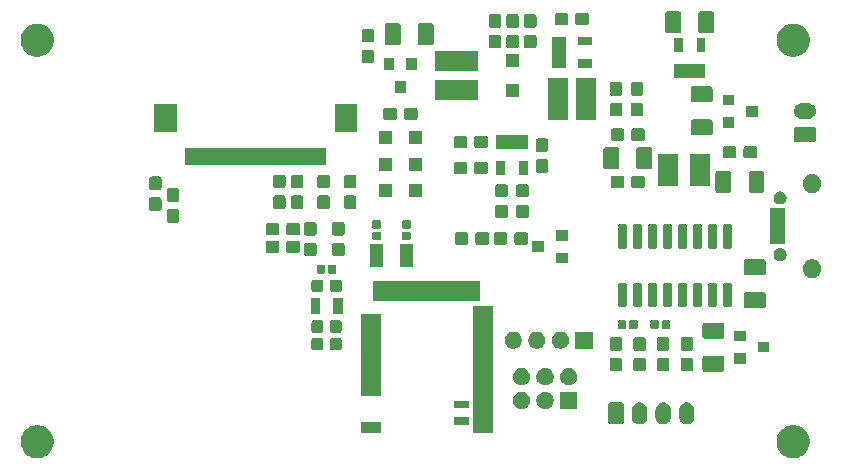
<source format=gbs>
G04 #@! TF.GenerationSoftware,KiCad,Pcbnew,5.1.5-52549c5~84~ubuntu18.04.1*
G04 #@! TF.CreationDate,2020-03-10T18:12:46+05:30*
G04 #@! TF.ProjectId,scale_hx711,7363616c-655f-4687-9837-31312e6b6963,rev?*
G04 #@! TF.SameCoordinates,Original*
G04 #@! TF.FileFunction,Soldermask,Bot*
G04 #@! TF.FilePolarity,Negative*
%FSLAX46Y46*%
G04 Gerber Fmt 4.6, Leading zero omitted, Abs format (unit mm)*
G04 Created by KiCad (PCBNEW 5.1.5-52549c5~84~ubuntu18.04.1) date 2020-03-10 18:12:46*
%MOMM*%
%LPD*%
G04 APERTURE LIST*
%ADD10C,0.100000*%
G04 APERTURE END LIST*
D10*
G36*
X77318433Y-45634893D02*
G01*
X77408657Y-45652839D01*
X77514267Y-45696585D01*
X77663621Y-45758449D01*
X77663622Y-45758450D01*
X77893086Y-45911772D01*
X78088228Y-46106914D01*
X78190675Y-46260237D01*
X78241551Y-46336379D01*
X78347161Y-46591344D01*
X78401000Y-46862012D01*
X78401000Y-47137988D01*
X78347161Y-47408656D01*
X78241551Y-47663621D01*
X78241550Y-47663622D01*
X78088228Y-47893086D01*
X77893086Y-48088228D01*
X77739763Y-48190675D01*
X77663621Y-48241551D01*
X77514267Y-48303415D01*
X77408657Y-48347161D01*
X77318433Y-48365107D01*
X77137988Y-48401000D01*
X76862012Y-48401000D01*
X76681567Y-48365107D01*
X76591343Y-48347161D01*
X76485733Y-48303415D01*
X76336379Y-48241551D01*
X76260237Y-48190675D01*
X76106914Y-48088228D01*
X75911772Y-47893086D01*
X75758450Y-47663622D01*
X75758449Y-47663621D01*
X75652839Y-47408656D01*
X75599000Y-47137988D01*
X75599000Y-46862012D01*
X75652839Y-46591344D01*
X75758449Y-46336379D01*
X75809325Y-46260237D01*
X75911772Y-46106914D01*
X76106914Y-45911772D01*
X76336378Y-45758450D01*
X76336379Y-45758449D01*
X76485733Y-45696585D01*
X76591343Y-45652839D01*
X76681567Y-45634893D01*
X76862012Y-45599000D01*
X77137988Y-45599000D01*
X77318433Y-45634893D01*
G37*
G36*
X13318433Y-45634893D02*
G01*
X13408657Y-45652839D01*
X13514267Y-45696585D01*
X13663621Y-45758449D01*
X13663622Y-45758450D01*
X13893086Y-45911772D01*
X14088228Y-46106914D01*
X14190675Y-46260237D01*
X14241551Y-46336379D01*
X14347161Y-46591344D01*
X14401000Y-46862012D01*
X14401000Y-47137988D01*
X14347161Y-47408656D01*
X14241551Y-47663621D01*
X14241550Y-47663622D01*
X14088228Y-47893086D01*
X13893086Y-48088228D01*
X13739763Y-48190675D01*
X13663621Y-48241551D01*
X13514267Y-48303415D01*
X13408657Y-48347161D01*
X13318433Y-48365107D01*
X13137988Y-48401000D01*
X12862012Y-48401000D01*
X12681567Y-48365107D01*
X12591343Y-48347161D01*
X12485733Y-48303415D01*
X12336379Y-48241551D01*
X12260237Y-48190675D01*
X12106914Y-48088228D01*
X11911772Y-47893086D01*
X11758450Y-47663622D01*
X11758449Y-47663621D01*
X11652839Y-47408656D01*
X11599000Y-47137988D01*
X11599000Y-46862012D01*
X11652839Y-46591344D01*
X11758449Y-46336379D01*
X11809325Y-46260237D01*
X11911772Y-46106914D01*
X12106914Y-45911772D01*
X12336378Y-45758450D01*
X12336379Y-45758449D01*
X12485733Y-45696585D01*
X12591343Y-45652839D01*
X12681567Y-45634893D01*
X12862012Y-45599000D01*
X13137988Y-45599000D01*
X13318433Y-45634893D01*
G37*
G36*
X42101000Y-46301000D02*
G01*
X40399000Y-46301000D01*
X40399000Y-45299000D01*
X42101000Y-45299000D01*
X42101000Y-46301000D01*
G37*
G36*
X51601000Y-46301000D02*
G01*
X49899000Y-46301000D01*
X49899000Y-35499000D01*
X51601000Y-35499000D01*
X51601000Y-46301000D01*
G37*
G36*
X49551000Y-45551000D02*
G01*
X48249000Y-45551000D01*
X48249000Y-44949000D01*
X49551000Y-44949000D01*
X49551000Y-45551000D01*
G37*
G36*
X68127617Y-43683420D02*
G01*
X68208399Y-43707925D01*
X68250335Y-43720646D01*
X68363424Y-43781094D01*
X68462554Y-43862447D01*
X68543906Y-43961575D01*
X68604354Y-44074664D01*
X68614040Y-44106596D01*
X68641580Y-44197382D01*
X68651000Y-44293027D01*
X68651000Y-44906973D01*
X68641580Y-45002618D01*
X68614040Y-45093404D01*
X68604354Y-45125336D01*
X68543906Y-45238425D01*
X68462554Y-45337554D01*
X68363425Y-45418906D01*
X68250336Y-45479354D01*
X68218404Y-45489040D01*
X68127618Y-45516580D01*
X68000000Y-45529149D01*
X67872383Y-45516580D01*
X67781597Y-45489040D01*
X67749665Y-45479354D01*
X67636576Y-45418906D01*
X67537447Y-45337554D01*
X67456096Y-45238427D01*
X67456095Y-45238425D01*
X67395647Y-45125336D01*
X67395645Y-45125333D01*
X67383237Y-45084427D01*
X67358420Y-45002618D01*
X67349000Y-44906973D01*
X67349000Y-44293028D01*
X67358420Y-44197383D01*
X67395645Y-44074669D01*
X67395646Y-44074665D01*
X67456094Y-43961576D01*
X67537447Y-43862446D01*
X67636575Y-43781094D01*
X67749664Y-43720646D01*
X67791600Y-43707925D01*
X67872382Y-43683420D01*
X68000000Y-43670851D01*
X68127617Y-43683420D01*
G37*
G36*
X64127617Y-43683420D02*
G01*
X64208399Y-43707925D01*
X64250335Y-43720646D01*
X64363424Y-43781094D01*
X64462554Y-43862447D01*
X64543906Y-43961575D01*
X64604354Y-44074664D01*
X64614040Y-44106596D01*
X64641580Y-44197382D01*
X64651000Y-44293027D01*
X64651000Y-44906973D01*
X64641580Y-45002618D01*
X64614040Y-45093404D01*
X64604354Y-45125336D01*
X64543906Y-45238425D01*
X64462554Y-45337554D01*
X64363425Y-45418906D01*
X64250336Y-45479354D01*
X64218404Y-45489040D01*
X64127618Y-45516580D01*
X64000000Y-45529149D01*
X63872383Y-45516580D01*
X63781597Y-45489040D01*
X63749665Y-45479354D01*
X63636576Y-45418906D01*
X63537447Y-45337554D01*
X63456096Y-45238427D01*
X63456095Y-45238425D01*
X63395647Y-45125336D01*
X63395645Y-45125333D01*
X63383237Y-45084427D01*
X63358420Y-45002618D01*
X63349000Y-44906973D01*
X63349000Y-44293028D01*
X63358420Y-44197383D01*
X63395645Y-44074669D01*
X63395646Y-44074665D01*
X63456094Y-43961576D01*
X63537447Y-43862446D01*
X63636575Y-43781094D01*
X63749664Y-43720646D01*
X63791600Y-43707925D01*
X63872382Y-43683420D01*
X64000000Y-43670851D01*
X64127617Y-43683420D01*
G37*
G36*
X66127617Y-43683420D02*
G01*
X66208399Y-43707925D01*
X66250335Y-43720646D01*
X66363424Y-43781094D01*
X66462554Y-43862447D01*
X66543906Y-43961575D01*
X66604354Y-44074664D01*
X66614040Y-44106596D01*
X66641580Y-44197382D01*
X66651000Y-44293027D01*
X66651000Y-44906973D01*
X66641580Y-45002618D01*
X66614040Y-45093404D01*
X66604354Y-45125336D01*
X66543906Y-45238425D01*
X66462554Y-45337554D01*
X66363425Y-45418906D01*
X66250336Y-45479354D01*
X66218404Y-45489040D01*
X66127618Y-45516580D01*
X66000000Y-45529149D01*
X65872383Y-45516580D01*
X65781597Y-45489040D01*
X65749665Y-45479354D01*
X65636576Y-45418906D01*
X65537447Y-45337554D01*
X65456096Y-45238427D01*
X65456095Y-45238425D01*
X65395647Y-45125336D01*
X65395645Y-45125333D01*
X65383237Y-45084427D01*
X65358420Y-45002618D01*
X65349000Y-44906973D01*
X65349000Y-44293028D01*
X65358420Y-44197383D01*
X65395645Y-44074669D01*
X65395646Y-44074665D01*
X65456094Y-43961576D01*
X65537447Y-43862446D01*
X65636575Y-43781094D01*
X65749664Y-43720646D01*
X65791600Y-43707925D01*
X65872382Y-43683420D01*
X66000000Y-43670851D01*
X66127617Y-43683420D01*
G37*
G36*
X62491242Y-43678404D02*
G01*
X62528337Y-43689657D01*
X62562515Y-43707925D01*
X62592481Y-43732519D01*
X62617075Y-43762485D01*
X62635343Y-43796663D01*
X62646596Y-43833758D01*
X62651000Y-43878474D01*
X62651000Y-45321526D01*
X62646596Y-45366242D01*
X62635343Y-45403337D01*
X62617075Y-45437515D01*
X62592481Y-45467481D01*
X62562515Y-45492075D01*
X62528337Y-45510343D01*
X62491242Y-45521596D01*
X62446526Y-45526000D01*
X61553474Y-45526000D01*
X61508758Y-45521596D01*
X61471663Y-45510343D01*
X61437485Y-45492075D01*
X61407519Y-45467481D01*
X61382925Y-45437515D01*
X61364657Y-45403337D01*
X61353404Y-45366242D01*
X61349000Y-45321526D01*
X61349000Y-43878474D01*
X61353404Y-43833758D01*
X61364657Y-43796663D01*
X61382925Y-43762485D01*
X61407519Y-43732519D01*
X61437485Y-43707925D01*
X61471663Y-43689657D01*
X61508758Y-43678404D01*
X61553474Y-43674000D01*
X62446526Y-43674000D01*
X62491242Y-43678404D01*
G37*
G36*
X58726000Y-44226000D02*
G01*
X57274000Y-44226000D01*
X57274000Y-42774000D01*
X58726000Y-42774000D01*
X58726000Y-44226000D01*
G37*
G36*
X56211766Y-42801899D02*
G01*
X56343888Y-42856626D01*
X56343890Y-42856627D01*
X56462798Y-42936079D01*
X56563921Y-43037202D01*
X56643373Y-43156110D01*
X56643374Y-43156112D01*
X56698101Y-43288234D01*
X56726000Y-43428494D01*
X56726000Y-43571506D01*
X56698101Y-43711766D01*
X56647570Y-43833758D01*
X56643373Y-43843890D01*
X56563921Y-43962798D01*
X56462798Y-44063921D01*
X56343890Y-44143373D01*
X56343889Y-44143374D01*
X56343888Y-44143374D01*
X56211766Y-44198101D01*
X56071506Y-44226000D01*
X55928494Y-44226000D01*
X55788234Y-44198101D01*
X55656112Y-44143374D01*
X55656111Y-44143374D01*
X55656110Y-44143373D01*
X55537202Y-44063921D01*
X55436079Y-43962798D01*
X55356627Y-43843890D01*
X55352430Y-43833758D01*
X55301899Y-43711766D01*
X55274000Y-43571506D01*
X55274000Y-43428494D01*
X55301899Y-43288234D01*
X55356626Y-43156112D01*
X55356627Y-43156110D01*
X55436079Y-43037202D01*
X55537202Y-42936079D01*
X55656110Y-42856627D01*
X55656112Y-42856626D01*
X55788234Y-42801899D01*
X55928494Y-42774000D01*
X56071506Y-42774000D01*
X56211766Y-42801899D01*
G37*
G36*
X54211766Y-42801899D02*
G01*
X54343888Y-42856626D01*
X54343890Y-42856627D01*
X54462798Y-42936079D01*
X54563921Y-43037202D01*
X54643373Y-43156110D01*
X54643374Y-43156112D01*
X54698101Y-43288234D01*
X54726000Y-43428494D01*
X54726000Y-43571506D01*
X54698101Y-43711766D01*
X54647570Y-43833758D01*
X54643373Y-43843890D01*
X54563921Y-43962798D01*
X54462798Y-44063921D01*
X54343890Y-44143373D01*
X54343889Y-44143374D01*
X54343888Y-44143374D01*
X54211766Y-44198101D01*
X54071506Y-44226000D01*
X53928494Y-44226000D01*
X53788234Y-44198101D01*
X53656112Y-44143374D01*
X53656111Y-44143374D01*
X53656110Y-44143373D01*
X53537202Y-44063921D01*
X53436079Y-43962798D01*
X53356627Y-43843890D01*
X53352430Y-43833758D01*
X53301899Y-43711766D01*
X53274000Y-43571506D01*
X53274000Y-43428494D01*
X53301899Y-43288234D01*
X53356626Y-43156112D01*
X53356627Y-43156110D01*
X53436079Y-43037202D01*
X53537202Y-42936079D01*
X53656110Y-42856627D01*
X53656112Y-42856626D01*
X53788234Y-42801899D01*
X53928494Y-42774000D01*
X54071506Y-42774000D01*
X54211766Y-42801899D01*
G37*
G36*
X49551000Y-44151000D02*
G01*
X48249000Y-44151000D01*
X48249000Y-43549000D01*
X49551000Y-43549000D01*
X49551000Y-44151000D01*
G37*
G36*
X42101000Y-43101000D02*
G01*
X40399000Y-43101000D01*
X40399000Y-36199000D01*
X42101000Y-36199000D01*
X42101000Y-43101000D01*
G37*
G36*
X58211766Y-40801899D02*
G01*
X58343888Y-40856626D01*
X58343890Y-40856627D01*
X58462798Y-40936079D01*
X58563921Y-41037202D01*
X58586373Y-41070804D01*
X58643374Y-41156112D01*
X58698101Y-41288234D01*
X58726000Y-41428494D01*
X58726000Y-41571506D01*
X58698101Y-41711766D01*
X58661967Y-41799000D01*
X58643373Y-41843890D01*
X58563921Y-41962798D01*
X58462798Y-42063921D01*
X58343890Y-42143373D01*
X58343889Y-42143374D01*
X58343888Y-42143374D01*
X58211766Y-42198101D01*
X58071506Y-42226000D01*
X57928494Y-42226000D01*
X57788234Y-42198101D01*
X57656112Y-42143374D01*
X57656111Y-42143374D01*
X57656110Y-42143373D01*
X57537202Y-42063921D01*
X57436079Y-41962798D01*
X57356627Y-41843890D01*
X57338033Y-41799000D01*
X57301899Y-41711766D01*
X57274000Y-41571506D01*
X57274000Y-41428494D01*
X57301899Y-41288234D01*
X57356626Y-41156112D01*
X57413627Y-41070804D01*
X57436079Y-41037202D01*
X57537202Y-40936079D01*
X57656110Y-40856627D01*
X57656112Y-40856626D01*
X57788234Y-40801899D01*
X57928494Y-40774000D01*
X58071506Y-40774000D01*
X58211766Y-40801899D01*
G37*
G36*
X54211766Y-40801899D02*
G01*
X54343888Y-40856626D01*
X54343890Y-40856627D01*
X54462798Y-40936079D01*
X54563921Y-41037202D01*
X54586373Y-41070804D01*
X54643374Y-41156112D01*
X54698101Y-41288234D01*
X54726000Y-41428494D01*
X54726000Y-41571506D01*
X54698101Y-41711766D01*
X54661967Y-41799000D01*
X54643373Y-41843890D01*
X54563921Y-41962798D01*
X54462798Y-42063921D01*
X54343890Y-42143373D01*
X54343889Y-42143374D01*
X54343888Y-42143374D01*
X54211766Y-42198101D01*
X54071506Y-42226000D01*
X53928494Y-42226000D01*
X53788234Y-42198101D01*
X53656112Y-42143374D01*
X53656111Y-42143374D01*
X53656110Y-42143373D01*
X53537202Y-42063921D01*
X53436079Y-41962798D01*
X53356627Y-41843890D01*
X53338033Y-41799000D01*
X53301899Y-41711766D01*
X53274000Y-41571506D01*
X53274000Y-41428494D01*
X53301899Y-41288234D01*
X53356626Y-41156112D01*
X53413627Y-41070804D01*
X53436079Y-41037202D01*
X53537202Y-40936079D01*
X53656110Y-40856627D01*
X53656112Y-40856626D01*
X53788234Y-40801899D01*
X53928494Y-40774000D01*
X54071506Y-40774000D01*
X54211766Y-40801899D01*
G37*
G36*
X56211766Y-40801899D02*
G01*
X56343888Y-40856626D01*
X56343890Y-40856627D01*
X56462798Y-40936079D01*
X56563921Y-41037202D01*
X56586373Y-41070804D01*
X56643374Y-41156112D01*
X56698101Y-41288234D01*
X56726000Y-41428494D01*
X56726000Y-41571506D01*
X56698101Y-41711766D01*
X56661967Y-41799000D01*
X56643373Y-41843890D01*
X56563921Y-41962798D01*
X56462798Y-42063921D01*
X56343890Y-42143373D01*
X56343889Y-42143374D01*
X56343888Y-42143374D01*
X56211766Y-42198101D01*
X56071506Y-42226000D01*
X55928494Y-42226000D01*
X55788234Y-42198101D01*
X55656112Y-42143374D01*
X55656111Y-42143374D01*
X55656110Y-42143373D01*
X55537202Y-42063921D01*
X55436079Y-41962798D01*
X55356627Y-41843890D01*
X55338033Y-41799000D01*
X55301899Y-41711766D01*
X55274000Y-41571506D01*
X55274000Y-41428494D01*
X55301899Y-41288234D01*
X55356626Y-41156112D01*
X55413627Y-41070804D01*
X55436079Y-41037202D01*
X55537202Y-40936079D01*
X55656110Y-40856627D01*
X55656112Y-40856626D01*
X55788234Y-40801899D01*
X55928494Y-40774000D01*
X56071506Y-40774000D01*
X56211766Y-40801899D01*
G37*
G36*
X71018604Y-39728347D02*
G01*
X71055144Y-39739432D01*
X71088821Y-39757433D01*
X71118341Y-39781659D01*
X71142567Y-39811179D01*
X71160568Y-39844856D01*
X71171653Y-39881396D01*
X71176000Y-39925538D01*
X71176000Y-40874462D01*
X71171653Y-40918604D01*
X71160568Y-40955144D01*
X71142567Y-40988821D01*
X71118341Y-41018341D01*
X71088821Y-41042567D01*
X71055144Y-41060568D01*
X71018604Y-41071653D01*
X70974462Y-41076000D01*
X69525538Y-41076000D01*
X69481396Y-41071653D01*
X69444856Y-41060568D01*
X69411179Y-41042567D01*
X69381659Y-41018341D01*
X69357433Y-40988821D01*
X69339432Y-40955144D01*
X69328347Y-40918604D01*
X69324000Y-40874462D01*
X69324000Y-39925538D01*
X69328347Y-39881396D01*
X69339432Y-39844856D01*
X69357433Y-39811179D01*
X69381659Y-39781659D01*
X69411179Y-39757433D01*
X69444856Y-39739432D01*
X69481396Y-39728347D01*
X69525538Y-39724000D01*
X70974462Y-39724000D01*
X71018604Y-39728347D01*
G37*
G36*
X62364499Y-39903445D02*
G01*
X62401995Y-39914820D01*
X62436554Y-39933292D01*
X62466847Y-39958153D01*
X62491708Y-39988446D01*
X62510180Y-40023005D01*
X62521555Y-40060501D01*
X62526000Y-40105638D01*
X62526000Y-40844362D01*
X62521555Y-40889499D01*
X62510180Y-40926995D01*
X62491708Y-40961554D01*
X62466847Y-40991847D01*
X62436554Y-41016708D01*
X62401995Y-41035180D01*
X62364499Y-41046555D01*
X62319362Y-41051000D01*
X61680638Y-41051000D01*
X61635501Y-41046555D01*
X61598005Y-41035180D01*
X61563446Y-41016708D01*
X61533153Y-40991847D01*
X61508292Y-40961554D01*
X61489820Y-40926995D01*
X61478445Y-40889499D01*
X61474000Y-40844362D01*
X61474000Y-40105638D01*
X61478445Y-40060501D01*
X61489820Y-40023005D01*
X61508292Y-39988446D01*
X61533153Y-39958153D01*
X61563446Y-39933292D01*
X61598005Y-39914820D01*
X61635501Y-39903445D01*
X61680638Y-39899000D01*
X62319362Y-39899000D01*
X62364499Y-39903445D01*
G37*
G36*
X64364499Y-39903445D02*
G01*
X64401995Y-39914820D01*
X64436554Y-39933292D01*
X64466847Y-39958153D01*
X64491708Y-39988446D01*
X64510180Y-40023005D01*
X64521555Y-40060501D01*
X64526000Y-40105638D01*
X64526000Y-40844362D01*
X64521555Y-40889499D01*
X64510180Y-40926995D01*
X64491708Y-40961554D01*
X64466847Y-40991847D01*
X64436554Y-41016708D01*
X64401995Y-41035180D01*
X64364499Y-41046555D01*
X64319362Y-41051000D01*
X63680638Y-41051000D01*
X63635501Y-41046555D01*
X63598005Y-41035180D01*
X63563446Y-41016708D01*
X63533153Y-40991847D01*
X63508292Y-40961554D01*
X63489820Y-40926995D01*
X63478445Y-40889499D01*
X63474000Y-40844362D01*
X63474000Y-40105638D01*
X63478445Y-40060501D01*
X63489820Y-40023005D01*
X63508292Y-39988446D01*
X63533153Y-39958153D01*
X63563446Y-39933292D01*
X63598005Y-39914820D01*
X63635501Y-39903445D01*
X63680638Y-39899000D01*
X64319362Y-39899000D01*
X64364499Y-39903445D01*
G37*
G36*
X66364499Y-39903445D02*
G01*
X66401995Y-39914820D01*
X66436554Y-39933292D01*
X66466847Y-39958153D01*
X66491708Y-39988446D01*
X66510180Y-40023005D01*
X66521555Y-40060501D01*
X66526000Y-40105638D01*
X66526000Y-40844362D01*
X66521555Y-40889499D01*
X66510180Y-40926995D01*
X66491708Y-40961554D01*
X66466847Y-40991847D01*
X66436554Y-41016708D01*
X66401995Y-41035180D01*
X66364499Y-41046555D01*
X66319362Y-41051000D01*
X65680638Y-41051000D01*
X65635501Y-41046555D01*
X65598005Y-41035180D01*
X65563446Y-41016708D01*
X65533153Y-40991847D01*
X65508292Y-40961554D01*
X65489820Y-40926995D01*
X65478445Y-40889499D01*
X65474000Y-40844362D01*
X65474000Y-40105638D01*
X65478445Y-40060501D01*
X65489820Y-40023005D01*
X65508292Y-39988446D01*
X65533153Y-39958153D01*
X65563446Y-39933292D01*
X65598005Y-39914820D01*
X65635501Y-39903445D01*
X65680638Y-39899000D01*
X66319362Y-39899000D01*
X66364499Y-39903445D01*
G37*
G36*
X68364499Y-39903445D02*
G01*
X68401995Y-39914820D01*
X68436554Y-39933292D01*
X68466847Y-39958153D01*
X68491708Y-39988446D01*
X68510180Y-40023005D01*
X68521555Y-40060501D01*
X68526000Y-40105638D01*
X68526000Y-40844362D01*
X68521555Y-40889499D01*
X68510180Y-40926995D01*
X68491708Y-40961554D01*
X68466847Y-40991847D01*
X68436554Y-41016708D01*
X68401995Y-41035180D01*
X68364499Y-41046555D01*
X68319362Y-41051000D01*
X67680638Y-41051000D01*
X67635501Y-41046555D01*
X67598005Y-41035180D01*
X67563446Y-41016708D01*
X67533153Y-40991847D01*
X67508292Y-40961554D01*
X67489820Y-40926995D01*
X67478445Y-40889499D01*
X67474000Y-40844362D01*
X67474000Y-40105638D01*
X67478445Y-40060501D01*
X67489820Y-40023005D01*
X67508292Y-39988446D01*
X67533153Y-39958153D01*
X67563446Y-39933292D01*
X67598005Y-39914820D01*
X67635501Y-39903445D01*
X67680638Y-39899000D01*
X68319362Y-39899000D01*
X68364499Y-39903445D01*
G37*
G36*
X73001000Y-40401000D02*
G01*
X71999000Y-40401000D01*
X71999000Y-39499000D01*
X73001000Y-39499000D01*
X73001000Y-40401000D01*
G37*
G36*
X75001000Y-39451000D02*
G01*
X73999000Y-39451000D01*
X73999000Y-38549000D01*
X75001000Y-38549000D01*
X75001000Y-39451000D01*
G37*
G36*
X66364499Y-38153445D02*
G01*
X66401995Y-38164820D01*
X66436554Y-38183292D01*
X66466847Y-38208153D01*
X66491708Y-38238446D01*
X66510180Y-38273005D01*
X66521555Y-38310501D01*
X66526000Y-38355638D01*
X66526000Y-39094362D01*
X66521555Y-39139499D01*
X66510180Y-39176995D01*
X66491708Y-39211554D01*
X66466847Y-39241847D01*
X66436554Y-39266708D01*
X66401995Y-39285180D01*
X66364499Y-39296555D01*
X66319362Y-39301000D01*
X65680638Y-39301000D01*
X65635501Y-39296555D01*
X65598005Y-39285180D01*
X65563446Y-39266708D01*
X65533153Y-39241847D01*
X65508292Y-39211554D01*
X65489820Y-39176995D01*
X65478445Y-39139499D01*
X65474000Y-39094362D01*
X65474000Y-38355638D01*
X65478445Y-38310501D01*
X65489820Y-38273005D01*
X65508292Y-38238446D01*
X65533153Y-38208153D01*
X65563446Y-38183292D01*
X65598005Y-38164820D01*
X65635501Y-38153445D01*
X65680638Y-38149000D01*
X66319362Y-38149000D01*
X66364499Y-38153445D01*
G37*
G36*
X62364499Y-38153445D02*
G01*
X62401995Y-38164820D01*
X62436554Y-38183292D01*
X62466847Y-38208153D01*
X62491708Y-38238446D01*
X62510180Y-38273005D01*
X62521555Y-38310501D01*
X62526000Y-38355638D01*
X62526000Y-39094362D01*
X62521555Y-39139499D01*
X62510180Y-39176995D01*
X62491708Y-39211554D01*
X62466847Y-39241847D01*
X62436554Y-39266708D01*
X62401995Y-39285180D01*
X62364499Y-39296555D01*
X62319362Y-39301000D01*
X61680638Y-39301000D01*
X61635501Y-39296555D01*
X61598005Y-39285180D01*
X61563446Y-39266708D01*
X61533153Y-39241847D01*
X61508292Y-39211554D01*
X61489820Y-39176995D01*
X61478445Y-39139499D01*
X61474000Y-39094362D01*
X61474000Y-38355638D01*
X61478445Y-38310501D01*
X61489820Y-38273005D01*
X61508292Y-38238446D01*
X61533153Y-38208153D01*
X61563446Y-38183292D01*
X61598005Y-38164820D01*
X61635501Y-38153445D01*
X61680638Y-38149000D01*
X62319362Y-38149000D01*
X62364499Y-38153445D01*
G37*
G36*
X64364499Y-38153445D02*
G01*
X64401995Y-38164820D01*
X64436554Y-38183292D01*
X64466847Y-38208153D01*
X64491708Y-38238446D01*
X64510180Y-38273005D01*
X64521555Y-38310501D01*
X64526000Y-38355638D01*
X64526000Y-39094362D01*
X64521555Y-39139499D01*
X64510180Y-39176995D01*
X64491708Y-39211554D01*
X64466847Y-39241847D01*
X64436554Y-39266708D01*
X64401995Y-39285180D01*
X64364499Y-39296555D01*
X64319362Y-39301000D01*
X63680638Y-39301000D01*
X63635501Y-39296555D01*
X63598005Y-39285180D01*
X63563446Y-39266708D01*
X63533153Y-39241847D01*
X63508292Y-39211554D01*
X63489820Y-39176995D01*
X63478445Y-39139499D01*
X63474000Y-39094362D01*
X63474000Y-38355638D01*
X63478445Y-38310501D01*
X63489820Y-38273005D01*
X63508292Y-38238446D01*
X63533153Y-38208153D01*
X63563446Y-38183292D01*
X63598005Y-38164820D01*
X63635501Y-38153445D01*
X63680638Y-38149000D01*
X64319362Y-38149000D01*
X64364499Y-38153445D01*
G37*
G36*
X68364499Y-38153445D02*
G01*
X68401995Y-38164820D01*
X68436554Y-38183292D01*
X68466847Y-38208153D01*
X68491708Y-38238446D01*
X68510180Y-38273005D01*
X68521555Y-38310501D01*
X68526000Y-38355638D01*
X68526000Y-39094362D01*
X68521555Y-39139499D01*
X68510180Y-39176995D01*
X68491708Y-39211554D01*
X68466847Y-39241847D01*
X68436554Y-39266708D01*
X68401995Y-39285180D01*
X68364499Y-39296555D01*
X68319362Y-39301000D01*
X67680638Y-39301000D01*
X67635501Y-39296555D01*
X67598005Y-39285180D01*
X67563446Y-39266708D01*
X67533153Y-39241847D01*
X67508292Y-39211554D01*
X67489820Y-39176995D01*
X67478445Y-39139499D01*
X67474000Y-39094362D01*
X67474000Y-38355638D01*
X67478445Y-38310501D01*
X67489820Y-38273005D01*
X67508292Y-38238446D01*
X67533153Y-38208153D01*
X67563446Y-38183292D01*
X67598005Y-38164820D01*
X67635501Y-38153445D01*
X67680638Y-38149000D01*
X68319362Y-38149000D01*
X68364499Y-38153445D01*
G37*
G36*
X38629591Y-38228085D02*
G01*
X38663569Y-38238393D01*
X38694890Y-38255134D01*
X38722339Y-38277661D01*
X38744866Y-38305110D01*
X38761607Y-38336431D01*
X38771915Y-38370409D01*
X38776000Y-38411890D01*
X38776000Y-39088110D01*
X38771915Y-39129591D01*
X38761607Y-39163569D01*
X38744866Y-39194890D01*
X38722339Y-39222339D01*
X38694890Y-39244866D01*
X38663569Y-39261607D01*
X38629591Y-39271915D01*
X38588110Y-39276000D01*
X37986890Y-39276000D01*
X37945409Y-39271915D01*
X37911431Y-39261607D01*
X37880110Y-39244866D01*
X37852661Y-39222339D01*
X37830134Y-39194890D01*
X37813393Y-39163569D01*
X37803085Y-39129591D01*
X37799000Y-39088110D01*
X37799000Y-38411890D01*
X37803085Y-38370409D01*
X37813393Y-38336431D01*
X37830134Y-38305110D01*
X37852661Y-38277661D01*
X37880110Y-38255134D01*
X37911431Y-38238393D01*
X37945409Y-38228085D01*
X37986890Y-38224000D01*
X38588110Y-38224000D01*
X38629591Y-38228085D01*
G37*
G36*
X37054591Y-38228085D02*
G01*
X37088569Y-38238393D01*
X37119890Y-38255134D01*
X37147339Y-38277661D01*
X37169866Y-38305110D01*
X37186607Y-38336431D01*
X37196915Y-38370409D01*
X37201000Y-38411890D01*
X37201000Y-39088110D01*
X37196915Y-39129591D01*
X37186607Y-39163569D01*
X37169866Y-39194890D01*
X37147339Y-39222339D01*
X37119890Y-39244866D01*
X37088569Y-39261607D01*
X37054591Y-39271915D01*
X37013110Y-39276000D01*
X36411890Y-39276000D01*
X36370409Y-39271915D01*
X36336431Y-39261607D01*
X36305110Y-39244866D01*
X36277661Y-39222339D01*
X36255134Y-39194890D01*
X36238393Y-39163569D01*
X36228085Y-39129591D01*
X36224000Y-39088110D01*
X36224000Y-38411890D01*
X36228085Y-38370409D01*
X36238393Y-38336431D01*
X36255134Y-38305110D01*
X36277661Y-38277661D01*
X36305110Y-38255134D01*
X36336431Y-38238393D01*
X36370409Y-38228085D01*
X36411890Y-38224000D01*
X37013110Y-38224000D01*
X37054591Y-38228085D01*
G37*
G36*
X57511766Y-37701899D02*
G01*
X57643888Y-37756626D01*
X57643890Y-37756627D01*
X57762798Y-37836079D01*
X57863921Y-37937202D01*
X57863922Y-37937204D01*
X57943374Y-38056112D01*
X57998101Y-38188234D01*
X58026000Y-38328494D01*
X58026000Y-38471506D01*
X57998101Y-38611766D01*
X57943374Y-38743888D01*
X57943373Y-38743890D01*
X57863921Y-38862798D01*
X57762798Y-38963921D01*
X57643890Y-39043373D01*
X57643889Y-39043374D01*
X57643888Y-39043374D01*
X57511766Y-39098101D01*
X57371506Y-39126000D01*
X57228494Y-39126000D01*
X57088234Y-39098101D01*
X56956112Y-39043374D01*
X56956111Y-39043374D01*
X56956110Y-39043373D01*
X56837202Y-38963921D01*
X56736079Y-38862798D01*
X56656627Y-38743890D01*
X56656626Y-38743888D01*
X56601899Y-38611766D01*
X56574000Y-38471506D01*
X56574000Y-38328494D01*
X56601899Y-38188234D01*
X56656626Y-38056112D01*
X56736078Y-37937204D01*
X56736079Y-37937202D01*
X56837202Y-37836079D01*
X56956110Y-37756627D01*
X56956112Y-37756626D01*
X57088234Y-37701899D01*
X57228494Y-37674000D01*
X57371506Y-37674000D01*
X57511766Y-37701899D01*
G37*
G36*
X60026000Y-39126000D02*
G01*
X58574000Y-39126000D01*
X58574000Y-37674000D01*
X60026000Y-37674000D01*
X60026000Y-39126000D01*
G37*
G36*
X53511766Y-37701899D02*
G01*
X53643888Y-37756626D01*
X53643890Y-37756627D01*
X53762798Y-37836079D01*
X53863921Y-37937202D01*
X53863922Y-37937204D01*
X53943374Y-38056112D01*
X53998101Y-38188234D01*
X54026000Y-38328494D01*
X54026000Y-38471506D01*
X53998101Y-38611766D01*
X53943374Y-38743888D01*
X53943373Y-38743890D01*
X53863921Y-38862798D01*
X53762798Y-38963921D01*
X53643890Y-39043373D01*
X53643889Y-39043374D01*
X53643888Y-39043374D01*
X53511766Y-39098101D01*
X53371506Y-39126000D01*
X53228494Y-39126000D01*
X53088234Y-39098101D01*
X52956112Y-39043374D01*
X52956111Y-39043374D01*
X52956110Y-39043373D01*
X52837202Y-38963921D01*
X52736079Y-38862798D01*
X52656627Y-38743890D01*
X52656626Y-38743888D01*
X52601899Y-38611766D01*
X52574000Y-38471506D01*
X52574000Y-38328494D01*
X52601899Y-38188234D01*
X52656626Y-38056112D01*
X52736078Y-37937204D01*
X52736079Y-37937202D01*
X52837202Y-37836079D01*
X52956110Y-37756627D01*
X52956112Y-37756626D01*
X53088234Y-37701899D01*
X53228494Y-37674000D01*
X53371506Y-37674000D01*
X53511766Y-37701899D01*
G37*
G36*
X55511766Y-37701899D02*
G01*
X55643888Y-37756626D01*
X55643890Y-37756627D01*
X55762798Y-37836079D01*
X55863921Y-37937202D01*
X55863922Y-37937204D01*
X55943374Y-38056112D01*
X55998101Y-38188234D01*
X56026000Y-38328494D01*
X56026000Y-38471506D01*
X55998101Y-38611766D01*
X55943374Y-38743888D01*
X55943373Y-38743890D01*
X55863921Y-38862798D01*
X55762798Y-38963921D01*
X55643890Y-39043373D01*
X55643889Y-39043374D01*
X55643888Y-39043374D01*
X55511766Y-39098101D01*
X55371506Y-39126000D01*
X55228494Y-39126000D01*
X55088234Y-39098101D01*
X54956112Y-39043374D01*
X54956111Y-39043374D01*
X54956110Y-39043373D01*
X54837202Y-38963921D01*
X54736079Y-38862798D01*
X54656627Y-38743890D01*
X54656626Y-38743888D01*
X54601899Y-38611766D01*
X54574000Y-38471506D01*
X54574000Y-38328494D01*
X54601899Y-38188234D01*
X54656626Y-38056112D01*
X54736078Y-37937204D01*
X54736079Y-37937202D01*
X54837202Y-37836079D01*
X54956110Y-37756627D01*
X54956112Y-37756626D01*
X55088234Y-37701899D01*
X55228494Y-37674000D01*
X55371506Y-37674000D01*
X55511766Y-37701899D01*
G37*
G36*
X73001000Y-38501000D02*
G01*
X71999000Y-38501000D01*
X71999000Y-37599000D01*
X73001000Y-37599000D01*
X73001000Y-38501000D01*
G37*
G36*
X71018604Y-36928347D02*
G01*
X71055144Y-36939432D01*
X71088821Y-36957433D01*
X71118341Y-36981659D01*
X71142567Y-37011179D01*
X71160568Y-37044856D01*
X71171653Y-37081396D01*
X71176000Y-37125538D01*
X71176000Y-38074462D01*
X71171653Y-38118604D01*
X71160568Y-38155144D01*
X71142567Y-38188821D01*
X71118341Y-38218341D01*
X71088821Y-38242567D01*
X71055144Y-38260568D01*
X71018604Y-38271653D01*
X70974462Y-38276000D01*
X69525538Y-38276000D01*
X69481396Y-38271653D01*
X69444856Y-38260568D01*
X69411179Y-38242567D01*
X69381659Y-38218341D01*
X69357433Y-38188821D01*
X69339432Y-38155144D01*
X69328347Y-38118604D01*
X69324000Y-38074462D01*
X69324000Y-37125538D01*
X69328347Y-37081396D01*
X69339432Y-37044856D01*
X69357433Y-37011179D01*
X69381659Y-36981659D01*
X69411179Y-36957433D01*
X69444856Y-36939432D01*
X69481396Y-36928347D01*
X69525538Y-36924000D01*
X70974462Y-36924000D01*
X71018604Y-36928347D01*
G37*
G36*
X38629591Y-36728085D02*
G01*
X38663569Y-36738393D01*
X38694890Y-36755134D01*
X38722339Y-36777661D01*
X38744866Y-36805110D01*
X38761607Y-36836431D01*
X38771915Y-36870409D01*
X38776000Y-36911890D01*
X38776000Y-37588110D01*
X38771915Y-37629591D01*
X38761607Y-37663569D01*
X38744866Y-37694890D01*
X38722339Y-37722339D01*
X38694890Y-37744866D01*
X38663569Y-37761607D01*
X38629591Y-37771915D01*
X38588110Y-37776000D01*
X37986890Y-37776000D01*
X37945409Y-37771915D01*
X37911431Y-37761607D01*
X37880110Y-37744866D01*
X37852661Y-37722339D01*
X37830134Y-37694890D01*
X37813393Y-37663569D01*
X37803085Y-37629591D01*
X37799000Y-37588110D01*
X37799000Y-36911890D01*
X37803085Y-36870409D01*
X37813393Y-36836431D01*
X37830134Y-36805110D01*
X37852661Y-36777661D01*
X37880110Y-36755134D01*
X37911431Y-36738393D01*
X37945409Y-36728085D01*
X37986890Y-36724000D01*
X38588110Y-36724000D01*
X38629591Y-36728085D01*
G37*
G36*
X37054591Y-36728085D02*
G01*
X37088569Y-36738393D01*
X37119890Y-36755134D01*
X37147339Y-36777661D01*
X37169866Y-36805110D01*
X37186607Y-36836431D01*
X37196915Y-36870409D01*
X37201000Y-36911890D01*
X37201000Y-37588110D01*
X37196915Y-37629591D01*
X37186607Y-37663569D01*
X37169866Y-37694890D01*
X37147339Y-37722339D01*
X37119890Y-37744866D01*
X37088569Y-37761607D01*
X37054591Y-37771915D01*
X37013110Y-37776000D01*
X36411890Y-37776000D01*
X36370409Y-37771915D01*
X36336431Y-37761607D01*
X36305110Y-37744866D01*
X36277661Y-37722339D01*
X36255134Y-37694890D01*
X36238393Y-37663569D01*
X36228085Y-37629591D01*
X36224000Y-37588110D01*
X36224000Y-36911890D01*
X36228085Y-36870409D01*
X36238393Y-36836431D01*
X36255134Y-36805110D01*
X36277661Y-36777661D01*
X36305110Y-36755134D01*
X36336431Y-36738393D01*
X36370409Y-36728085D01*
X36411890Y-36724000D01*
X37013110Y-36724000D01*
X37054591Y-36728085D01*
G37*
G36*
X62771938Y-36731716D02*
G01*
X62792557Y-36737971D01*
X62811553Y-36748124D01*
X62828208Y-36761792D01*
X62841876Y-36778447D01*
X62852029Y-36797443D01*
X62858284Y-36818062D01*
X62861000Y-36845640D01*
X62861000Y-37354360D01*
X62858284Y-37381938D01*
X62852029Y-37402557D01*
X62841876Y-37421553D01*
X62828208Y-37438208D01*
X62811553Y-37451876D01*
X62792557Y-37462029D01*
X62771938Y-37468284D01*
X62744360Y-37471000D01*
X62285640Y-37471000D01*
X62258062Y-37468284D01*
X62237443Y-37462029D01*
X62218447Y-37451876D01*
X62201792Y-37438208D01*
X62188124Y-37421553D01*
X62177971Y-37402557D01*
X62171716Y-37381938D01*
X62169000Y-37354360D01*
X62169000Y-36845640D01*
X62171716Y-36818062D01*
X62177971Y-36797443D01*
X62188124Y-36778447D01*
X62201792Y-36761792D01*
X62218447Y-36748124D01*
X62237443Y-36737971D01*
X62258062Y-36731716D01*
X62285640Y-36729000D01*
X62744360Y-36729000D01*
X62771938Y-36731716D01*
G37*
G36*
X65521938Y-36731716D02*
G01*
X65542557Y-36737971D01*
X65561553Y-36748124D01*
X65578208Y-36761792D01*
X65591876Y-36778447D01*
X65602029Y-36797443D01*
X65608284Y-36818062D01*
X65611000Y-36845640D01*
X65611000Y-37354360D01*
X65608284Y-37381938D01*
X65602029Y-37402557D01*
X65591876Y-37421553D01*
X65578208Y-37438208D01*
X65561553Y-37451876D01*
X65542557Y-37462029D01*
X65521938Y-37468284D01*
X65494360Y-37471000D01*
X65035640Y-37471000D01*
X65008062Y-37468284D01*
X64987443Y-37462029D01*
X64968447Y-37451876D01*
X64951792Y-37438208D01*
X64938124Y-37421553D01*
X64927971Y-37402557D01*
X64921716Y-37381938D01*
X64919000Y-37354360D01*
X64919000Y-36845640D01*
X64921716Y-36818062D01*
X64927971Y-36797443D01*
X64938124Y-36778447D01*
X64951792Y-36761792D01*
X64968447Y-36748124D01*
X64987443Y-36737971D01*
X65008062Y-36731716D01*
X65035640Y-36729000D01*
X65494360Y-36729000D01*
X65521938Y-36731716D01*
G37*
G36*
X63741938Y-36731716D02*
G01*
X63762557Y-36737971D01*
X63781553Y-36748124D01*
X63798208Y-36761792D01*
X63811876Y-36778447D01*
X63822029Y-36797443D01*
X63828284Y-36818062D01*
X63831000Y-36845640D01*
X63831000Y-37354360D01*
X63828284Y-37381938D01*
X63822029Y-37402557D01*
X63811876Y-37421553D01*
X63798208Y-37438208D01*
X63781553Y-37451876D01*
X63762557Y-37462029D01*
X63741938Y-37468284D01*
X63714360Y-37471000D01*
X63255640Y-37471000D01*
X63228062Y-37468284D01*
X63207443Y-37462029D01*
X63188447Y-37451876D01*
X63171792Y-37438208D01*
X63158124Y-37421553D01*
X63147971Y-37402557D01*
X63141716Y-37381938D01*
X63139000Y-37354360D01*
X63139000Y-36845640D01*
X63141716Y-36818062D01*
X63147971Y-36797443D01*
X63158124Y-36778447D01*
X63171792Y-36761792D01*
X63188447Y-36748124D01*
X63207443Y-36737971D01*
X63228062Y-36731716D01*
X63255640Y-36729000D01*
X63714360Y-36729000D01*
X63741938Y-36731716D01*
G37*
G36*
X66491938Y-36731716D02*
G01*
X66512557Y-36737971D01*
X66531553Y-36748124D01*
X66548208Y-36761792D01*
X66561876Y-36778447D01*
X66572029Y-36797443D01*
X66578284Y-36818062D01*
X66581000Y-36845640D01*
X66581000Y-37354360D01*
X66578284Y-37381938D01*
X66572029Y-37402557D01*
X66561876Y-37421553D01*
X66548208Y-37438208D01*
X66531553Y-37451876D01*
X66512557Y-37462029D01*
X66491938Y-37468284D01*
X66464360Y-37471000D01*
X66005640Y-37471000D01*
X65978062Y-37468284D01*
X65957443Y-37462029D01*
X65938447Y-37451876D01*
X65921792Y-37438208D01*
X65908124Y-37421553D01*
X65897971Y-37402557D01*
X65891716Y-37381938D01*
X65889000Y-37354360D01*
X65889000Y-36845640D01*
X65891716Y-36818062D01*
X65897971Y-36797443D01*
X65908124Y-36778447D01*
X65921792Y-36761792D01*
X65938447Y-36748124D01*
X65957443Y-36737971D01*
X65978062Y-36731716D01*
X66005640Y-36729000D01*
X66464360Y-36729000D01*
X66491938Y-36731716D01*
G37*
G36*
X36951000Y-36201000D02*
G01*
X36149000Y-36201000D01*
X36149000Y-34799000D01*
X36951000Y-34799000D01*
X36951000Y-36201000D01*
G37*
G36*
X38851000Y-36201000D02*
G01*
X38049000Y-36201000D01*
X38049000Y-34799000D01*
X38851000Y-34799000D01*
X38851000Y-36201000D01*
G37*
G36*
X74518604Y-34353347D02*
G01*
X74555144Y-34364432D01*
X74588821Y-34382433D01*
X74618341Y-34406659D01*
X74642567Y-34436179D01*
X74660568Y-34469856D01*
X74671653Y-34506396D01*
X74676000Y-34550538D01*
X74676000Y-35499462D01*
X74671653Y-35543604D01*
X74660568Y-35580144D01*
X74642567Y-35613821D01*
X74618341Y-35643341D01*
X74588821Y-35667567D01*
X74555144Y-35685568D01*
X74518604Y-35696653D01*
X74474462Y-35701000D01*
X73025538Y-35701000D01*
X72981396Y-35696653D01*
X72944856Y-35685568D01*
X72911179Y-35667567D01*
X72881659Y-35643341D01*
X72857433Y-35613821D01*
X72839432Y-35580144D01*
X72828347Y-35543604D01*
X72824000Y-35499462D01*
X72824000Y-34550538D01*
X72828347Y-34506396D01*
X72839432Y-34469856D01*
X72857433Y-34436179D01*
X72881659Y-34406659D01*
X72911179Y-34382433D01*
X72944856Y-34364432D01*
X72981396Y-34353347D01*
X73025538Y-34349000D01*
X74474462Y-34349000D01*
X74518604Y-34353347D01*
G37*
G36*
X65354928Y-33551764D02*
G01*
X65376009Y-33558160D01*
X65395445Y-33568548D01*
X65412476Y-33582524D01*
X65426452Y-33599555D01*
X65436840Y-33618991D01*
X65443236Y-33640072D01*
X65446000Y-33668140D01*
X65446000Y-35481860D01*
X65443236Y-35509928D01*
X65436840Y-35531009D01*
X65426452Y-35550445D01*
X65412476Y-35567476D01*
X65395445Y-35581452D01*
X65376009Y-35591840D01*
X65354928Y-35598236D01*
X65326860Y-35601000D01*
X64863140Y-35601000D01*
X64835072Y-35598236D01*
X64813991Y-35591840D01*
X64794555Y-35581452D01*
X64777524Y-35567476D01*
X64763548Y-35550445D01*
X64753160Y-35531009D01*
X64746764Y-35509928D01*
X64744000Y-35481860D01*
X64744000Y-33668140D01*
X64746764Y-33640072D01*
X64753160Y-33618991D01*
X64763548Y-33599555D01*
X64777524Y-33582524D01*
X64794555Y-33568548D01*
X64813991Y-33558160D01*
X64835072Y-33551764D01*
X64863140Y-33549000D01*
X65326860Y-33549000D01*
X65354928Y-33551764D01*
G37*
G36*
X64084928Y-33551764D02*
G01*
X64106009Y-33558160D01*
X64125445Y-33568548D01*
X64142476Y-33582524D01*
X64156452Y-33599555D01*
X64166840Y-33618991D01*
X64173236Y-33640072D01*
X64176000Y-33668140D01*
X64176000Y-35481860D01*
X64173236Y-35509928D01*
X64166840Y-35531009D01*
X64156452Y-35550445D01*
X64142476Y-35567476D01*
X64125445Y-35581452D01*
X64106009Y-35591840D01*
X64084928Y-35598236D01*
X64056860Y-35601000D01*
X63593140Y-35601000D01*
X63565072Y-35598236D01*
X63543991Y-35591840D01*
X63524555Y-35581452D01*
X63507524Y-35567476D01*
X63493548Y-35550445D01*
X63483160Y-35531009D01*
X63476764Y-35509928D01*
X63474000Y-35481860D01*
X63474000Y-33668140D01*
X63476764Y-33640072D01*
X63483160Y-33618991D01*
X63493548Y-33599555D01*
X63507524Y-33582524D01*
X63524555Y-33568548D01*
X63543991Y-33558160D01*
X63565072Y-33551764D01*
X63593140Y-33549000D01*
X64056860Y-33549000D01*
X64084928Y-33551764D01*
G37*
G36*
X62814928Y-33551764D02*
G01*
X62836009Y-33558160D01*
X62855445Y-33568548D01*
X62872476Y-33582524D01*
X62886452Y-33599555D01*
X62896840Y-33618991D01*
X62903236Y-33640072D01*
X62906000Y-33668140D01*
X62906000Y-35481860D01*
X62903236Y-35509928D01*
X62896840Y-35531009D01*
X62886452Y-35550445D01*
X62872476Y-35567476D01*
X62855445Y-35581452D01*
X62836009Y-35591840D01*
X62814928Y-35598236D01*
X62786860Y-35601000D01*
X62323140Y-35601000D01*
X62295072Y-35598236D01*
X62273991Y-35591840D01*
X62254555Y-35581452D01*
X62237524Y-35567476D01*
X62223548Y-35550445D01*
X62213160Y-35531009D01*
X62206764Y-35509928D01*
X62204000Y-35481860D01*
X62204000Y-33668140D01*
X62206764Y-33640072D01*
X62213160Y-33618991D01*
X62223548Y-33599555D01*
X62237524Y-33582524D01*
X62254555Y-33568548D01*
X62273991Y-33558160D01*
X62295072Y-33551764D01*
X62323140Y-33549000D01*
X62786860Y-33549000D01*
X62814928Y-33551764D01*
G37*
G36*
X67894928Y-33551764D02*
G01*
X67916009Y-33558160D01*
X67935445Y-33568548D01*
X67952476Y-33582524D01*
X67966452Y-33599555D01*
X67976840Y-33618991D01*
X67983236Y-33640072D01*
X67986000Y-33668140D01*
X67986000Y-35481860D01*
X67983236Y-35509928D01*
X67976840Y-35531009D01*
X67966452Y-35550445D01*
X67952476Y-35567476D01*
X67935445Y-35581452D01*
X67916009Y-35591840D01*
X67894928Y-35598236D01*
X67866860Y-35601000D01*
X67403140Y-35601000D01*
X67375072Y-35598236D01*
X67353991Y-35591840D01*
X67334555Y-35581452D01*
X67317524Y-35567476D01*
X67303548Y-35550445D01*
X67293160Y-35531009D01*
X67286764Y-35509928D01*
X67284000Y-35481860D01*
X67284000Y-33668140D01*
X67286764Y-33640072D01*
X67293160Y-33618991D01*
X67303548Y-33599555D01*
X67317524Y-33582524D01*
X67334555Y-33568548D01*
X67353991Y-33558160D01*
X67375072Y-33551764D01*
X67403140Y-33549000D01*
X67866860Y-33549000D01*
X67894928Y-33551764D01*
G37*
G36*
X71704928Y-33551764D02*
G01*
X71726009Y-33558160D01*
X71745445Y-33568548D01*
X71762476Y-33582524D01*
X71776452Y-33599555D01*
X71786840Y-33618991D01*
X71793236Y-33640072D01*
X71796000Y-33668140D01*
X71796000Y-35481860D01*
X71793236Y-35509928D01*
X71786840Y-35531009D01*
X71776452Y-35550445D01*
X71762476Y-35567476D01*
X71745445Y-35581452D01*
X71726009Y-35591840D01*
X71704928Y-35598236D01*
X71676860Y-35601000D01*
X71213140Y-35601000D01*
X71185072Y-35598236D01*
X71163991Y-35591840D01*
X71144555Y-35581452D01*
X71127524Y-35567476D01*
X71113548Y-35550445D01*
X71103160Y-35531009D01*
X71096764Y-35509928D01*
X71094000Y-35481860D01*
X71094000Y-33668140D01*
X71096764Y-33640072D01*
X71103160Y-33618991D01*
X71113548Y-33599555D01*
X71127524Y-33582524D01*
X71144555Y-33568548D01*
X71163991Y-33558160D01*
X71185072Y-33551764D01*
X71213140Y-33549000D01*
X71676860Y-33549000D01*
X71704928Y-33551764D01*
G37*
G36*
X69164928Y-33551764D02*
G01*
X69186009Y-33558160D01*
X69205445Y-33568548D01*
X69222476Y-33582524D01*
X69236452Y-33599555D01*
X69246840Y-33618991D01*
X69253236Y-33640072D01*
X69256000Y-33668140D01*
X69256000Y-35481860D01*
X69253236Y-35509928D01*
X69246840Y-35531009D01*
X69236452Y-35550445D01*
X69222476Y-35567476D01*
X69205445Y-35581452D01*
X69186009Y-35591840D01*
X69164928Y-35598236D01*
X69136860Y-35601000D01*
X68673140Y-35601000D01*
X68645072Y-35598236D01*
X68623991Y-35591840D01*
X68604555Y-35581452D01*
X68587524Y-35567476D01*
X68573548Y-35550445D01*
X68563160Y-35531009D01*
X68556764Y-35509928D01*
X68554000Y-35481860D01*
X68554000Y-33668140D01*
X68556764Y-33640072D01*
X68563160Y-33618991D01*
X68573548Y-33599555D01*
X68587524Y-33582524D01*
X68604555Y-33568548D01*
X68623991Y-33558160D01*
X68645072Y-33551764D01*
X68673140Y-33549000D01*
X69136860Y-33549000D01*
X69164928Y-33551764D01*
G37*
G36*
X70434928Y-33551764D02*
G01*
X70456009Y-33558160D01*
X70475445Y-33568548D01*
X70492476Y-33582524D01*
X70506452Y-33599555D01*
X70516840Y-33618991D01*
X70523236Y-33640072D01*
X70526000Y-33668140D01*
X70526000Y-35481860D01*
X70523236Y-35509928D01*
X70516840Y-35531009D01*
X70506452Y-35550445D01*
X70492476Y-35567476D01*
X70475445Y-35581452D01*
X70456009Y-35591840D01*
X70434928Y-35598236D01*
X70406860Y-35601000D01*
X69943140Y-35601000D01*
X69915072Y-35598236D01*
X69893991Y-35591840D01*
X69874555Y-35581452D01*
X69857524Y-35567476D01*
X69843548Y-35550445D01*
X69833160Y-35531009D01*
X69826764Y-35509928D01*
X69824000Y-35481860D01*
X69824000Y-33668140D01*
X69826764Y-33640072D01*
X69833160Y-33618991D01*
X69843548Y-33599555D01*
X69857524Y-33582524D01*
X69874555Y-33568548D01*
X69893991Y-33558160D01*
X69915072Y-33551764D01*
X69943140Y-33549000D01*
X70406860Y-33549000D01*
X70434928Y-33551764D01*
G37*
G36*
X66624928Y-33551764D02*
G01*
X66646009Y-33558160D01*
X66665445Y-33568548D01*
X66682476Y-33582524D01*
X66696452Y-33599555D01*
X66706840Y-33618991D01*
X66713236Y-33640072D01*
X66716000Y-33668140D01*
X66716000Y-35481860D01*
X66713236Y-35509928D01*
X66706840Y-35531009D01*
X66696452Y-35550445D01*
X66682476Y-35567476D01*
X66665445Y-35581452D01*
X66646009Y-35591840D01*
X66624928Y-35598236D01*
X66596860Y-35601000D01*
X66133140Y-35601000D01*
X66105072Y-35598236D01*
X66083991Y-35591840D01*
X66064555Y-35581452D01*
X66047524Y-35567476D01*
X66033548Y-35550445D01*
X66023160Y-35531009D01*
X66016764Y-35509928D01*
X66014000Y-35481860D01*
X66014000Y-33668140D01*
X66016764Y-33640072D01*
X66023160Y-33618991D01*
X66033548Y-33599555D01*
X66047524Y-33582524D01*
X66064555Y-33568548D01*
X66083991Y-33558160D01*
X66105072Y-33551764D01*
X66133140Y-33549000D01*
X66596860Y-33549000D01*
X66624928Y-33551764D01*
G37*
G36*
X50501000Y-35101000D02*
G01*
X41399000Y-35101000D01*
X41399000Y-33399000D01*
X50501000Y-33399000D01*
X50501000Y-35101000D01*
G37*
G36*
X37054591Y-33278085D02*
G01*
X37088569Y-33288393D01*
X37119890Y-33305134D01*
X37147339Y-33327661D01*
X37169866Y-33355110D01*
X37186607Y-33386431D01*
X37196915Y-33420409D01*
X37201000Y-33461890D01*
X37201000Y-34138110D01*
X37196915Y-34179591D01*
X37186607Y-34213569D01*
X37169866Y-34244890D01*
X37147339Y-34272339D01*
X37119890Y-34294866D01*
X37088569Y-34311607D01*
X37054591Y-34321915D01*
X37013110Y-34326000D01*
X36411890Y-34326000D01*
X36370409Y-34321915D01*
X36336431Y-34311607D01*
X36305110Y-34294866D01*
X36277661Y-34272339D01*
X36255134Y-34244890D01*
X36238393Y-34213569D01*
X36228085Y-34179591D01*
X36224000Y-34138110D01*
X36224000Y-33461890D01*
X36228085Y-33420409D01*
X36238393Y-33386431D01*
X36255134Y-33355110D01*
X36277661Y-33327661D01*
X36305110Y-33305134D01*
X36336431Y-33288393D01*
X36370409Y-33278085D01*
X36411890Y-33274000D01*
X37013110Y-33274000D01*
X37054591Y-33278085D01*
G37*
G36*
X38629591Y-33278085D02*
G01*
X38663569Y-33288393D01*
X38694890Y-33305134D01*
X38722339Y-33327661D01*
X38744866Y-33355110D01*
X38761607Y-33386431D01*
X38771915Y-33420409D01*
X38776000Y-33461890D01*
X38776000Y-34138110D01*
X38771915Y-34179591D01*
X38761607Y-34213569D01*
X38744866Y-34244890D01*
X38722339Y-34272339D01*
X38694890Y-34294866D01*
X38663569Y-34311607D01*
X38629591Y-34321915D01*
X38588110Y-34326000D01*
X37986890Y-34326000D01*
X37945409Y-34321915D01*
X37911431Y-34311607D01*
X37880110Y-34294866D01*
X37852661Y-34272339D01*
X37830134Y-34244890D01*
X37813393Y-34213569D01*
X37803085Y-34179591D01*
X37799000Y-34138110D01*
X37799000Y-33461890D01*
X37803085Y-33420409D01*
X37813393Y-33386431D01*
X37830134Y-33355110D01*
X37852661Y-33327661D01*
X37880110Y-33305134D01*
X37911431Y-33288393D01*
X37945409Y-33278085D01*
X37986890Y-33274000D01*
X38588110Y-33274000D01*
X38629591Y-33278085D01*
G37*
G36*
X78833642Y-31579781D02*
G01*
X78974897Y-31638291D01*
X78979416Y-31640163D01*
X79110608Y-31727822D01*
X79222178Y-31839392D01*
X79309837Y-31970584D01*
X79309838Y-31970586D01*
X79370219Y-32116358D01*
X79401000Y-32271107D01*
X79401000Y-32428893D01*
X79370219Y-32583642D01*
X79313601Y-32720329D01*
X79309837Y-32729416D01*
X79222178Y-32860608D01*
X79110608Y-32972178D01*
X78979416Y-33059837D01*
X78979415Y-33059838D01*
X78979414Y-33059838D01*
X78833642Y-33120219D01*
X78678893Y-33151000D01*
X78521107Y-33151000D01*
X78366358Y-33120219D01*
X78220586Y-33059838D01*
X78220585Y-33059838D01*
X78220584Y-33059837D01*
X78089392Y-32972178D01*
X77977822Y-32860608D01*
X77890163Y-32729416D01*
X77886399Y-32720329D01*
X77829781Y-32583642D01*
X77799000Y-32428893D01*
X77799000Y-32271107D01*
X77829781Y-32116358D01*
X77890162Y-31970586D01*
X77890163Y-31970584D01*
X77977822Y-31839392D01*
X78089392Y-31727822D01*
X78220584Y-31640163D01*
X78225103Y-31638291D01*
X78366358Y-31579781D01*
X78521107Y-31549000D01*
X78678893Y-31549000D01*
X78833642Y-31579781D01*
G37*
G36*
X74518604Y-31553347D02*
G01*
X74555144Y-31564432D01*
X74588821Y-31582433D01*
X74618341Y-31606659D01*
X74642567Y-31636179D01*
X74660568Y-31669856D01*
X74671653Y-31706396D01*
X74676000Y-31750538D01*
X74676000Y-32699462D01*
X74671653Y-32743604D01*
X74660568Y-32780144D01*
X74642567Y-32813821D01*
X74618341Y-32843341D01*
X74588821Y-32867567D01*
X74555144Y-32885568D01*
X74518604Y-32896653D01*
X74474462Y-32901000D01*
X73025538Y-32901000D01*
X72981396Y-32896653D01*
X72944856Y-32885568D01*
X72911179Y-32867567D01*
X72881659Y-32843341D01*
X72857433Y-32813821D01*
X72839432Y-32780144D01*
X72828347Y-32743604D01*
X72824000Y-32699462D01*
X72824000Y-31750538D01*
X72828347Y-31706396D01*
X72839432Y-31669856D01*
X72857433Y-31636179D01*
X72881659Y-31606659D01*
X72911179Y-31582433D01*
X72944856Y-31564432D01*
X72981396Y-31553347D01*
X73025538Y-31549000D01*
X74474462Y-31549000D01*
X74518604Y-31553347D01*
G37*
G36*
X37271938Y-32031716D02*
G01*
X37292557Y-32037971D01*
X37311553Y-32048124D01*
X37328208Y-32061792D01*
X37341876Y-32078447D01*
X37352029Y-32097443D01*
X37358284Y-32118062D01*
X37361000Y-32145640D01*
X37361000Y-32654360D01*
X37358284Y-32681938D01*
X37352029Y-32702557D01*
X37341876Y-32721553D01*
X37328208Y-32738208D01*
X37311553Y-32751876D01*
X37292557Y-32762029D01*
X37271938Y-32768284D01*
X37244360Y-32771000D01*
X36785640Y-32771000D01*
X36758062Y-32768284D01*
X36737443Y-32762029D01*
X36718447Y-32751876D01*
X36701792Y-32738208D01*
X36688124Y-32721553D01*
X36677971Y-32702557D01*
X36671716Y-32681938D01*
X36669000Y-32654360D01*
X36669000Y-32145640D01*
X36671716Y-32118062D01*
X36677971Y-32097443D01*
X36688124Y-32078447D01*
X36701792Y-32061792D01*
X36718447Y-32048124D01*
X36737443Y-32037971D01*
X36758062Y-32031716D01*
X36785640Y-32029000D01*
X37244360Y-32029000D01*
X37271938Y-32031716D01*
G37*
G36*
X38241938Y-32031716D02*
G01*
X38262557Y-32037971D01*
X38281553Y-32048124D01*
X38298208Y-32061792D01*
X38311876Y-32078447D01*
X38322029Y-32097443D01*
X38328284Y-32118062D01*
X38331000Y-32145640D01*
X38331000Y-32654360D01*
X38328284Y-32681938D01*
X38322029Y-32702557D01*
X38311876Y-32721553D01*
X38298208Y-32738208D01*
X38281553Y-32751876D01*
X38262557Y-32762029D01*
X38241938Y-32768284D01*
X38214360Y-32771000D01*
X37755640Y-32771000D01*
X37728062Y-32768284D01*
X37707443Y-32762029D01*
X37688447Y-32751876D01*
X37671792Y-32738208D01*
X37658124Y-32721553D01*
X37647971Y-32702557D01*
X37641716Y-32681938D01*
X37639000Y-32654360D01*
X37639000Y-32145640D01*
X37641716Y-32118062D01*
X37647971Y-32097443D01*
X37658124Y-32078447D01*
X37671792Y-32061792D01*
X37688447Y-32048124D01*
X37707443Y-32037971D01*
X37728062Y-32031716D01*
X37755640Y-32029000D01*
X38214360Y-32029000D01*
X38241938Y-32031716D01*
G37*
G36*
X44801000Y-32201000D02*
G01*
X43699000Y-32201000D01*
X43699000Y-30299000D01*
X44801000Y-30299000D01*
X44801000Y-32201000D01*
G37*
G36*
X42301000Y-32201000D02*
G01*
X41199000Y-32201000D01*
X41199000Y-30299000D01*
X42301000Y-30299000D01*
X42301000Y-32201000D01*
G37*
G36*
X57901000Y-31901000D02*
G01*
X56899000Y-31901000D01*
X56899000Y-30999000D01*
X57901000Y-30999000D01*
X57901000Y-31901000D01*
G37*
G36*
X76060721Y-30620174D02*
G01*
X76160995Y-30661709D01*
X76160996Y-30661710D01*
X76251242Y-30722010D01*
X76327990Y-30798758D01*
X76327991Y-30798760D01*
X76388291Y-30889005D01*
X76429826Y-30989279D01*
X76451000Y-31095730D01*
X76451000Y-31204270D01*
X76429826Y-31310721D01*
X76388291Y-31410995D01*
X76388290Y-31410996D01*
X76327990Y-31501242D01*
X76251242Y-31577990D01*
X76208335Y-31606659D01*
X76160995Y-31638291D01*
X76060721Y-31679826D01*
X75954270Y-31701000D01*
X75845730Y-31701000D01*
X75739279Y-31679826D01*
X75639005Y-31638291D01*
X75591665Y-31606659D01*
X75548758Y-31577990D01*
X75472010Y-31501242D01*
X75411710Y-31410996D01*
X75411709Y-31410995D01*
X75370174Y-31310721D01*
X75349000Y-31204270D01*
X75349000Y-31095730D01*
X75370174Y-30989279D01*
X75411709Y-30889005D01*
X75472009Y-30798760D01*
X75472010Y-30798758D01*
X75548758Y-30722010D01*
X75639004Y-30661710D01*
X75639005Y-30661709D01*
X75739279Y-30620174D01*
X75845730Y-30599000D01*
X75954270Y-30599000D01*
X76060721Y-30620174D01*
G37*
G36*
X36489499Y-30153445D02*
G01*
X36526995Y-30164820D01*
X36561554Y-30183292D01*
X36591847Y-30208153D01*
X36616708Y-30238446D01*
X36635180Y-30273005D01*
X36646555Y-30310501D01*
X36651000Y-30355638D01*
X36651000Y-31094362D01*
X36646555Y-31139499D01*
X36635180Y-31176995D01*
X36616708Y-31211554D01*
X36591847Y-31241847D01*
X36561554Y-31266708D01*
X36526995Y-31285180D01*
X36489499Y-31296555D01*
X36444362Y-31301000D01*
X35805638Y-31301000D01*
X35760501Y-31296555D01*
X35723005Y-31285180D01*
X35688446Y-31266708D01*
X35658153Y-31241847D01*
X35633292Y-31211554D01*
X35614820Y-31176995D01*
X35603445Y-31139499D01*
X35599000Y-31094362D01*
X35599000Y-30355638D01*
X35603445Y-30310501D01*
X35614820Y-30273005D01*
X35633292Y-30238446D01*
X35658153Y-30208153D01*
X35688446Y-30183292D01*
X35723005Y-30164820D01*
X35760501Y-30153445D01*
X35805638Y-30149000D01*
X36444362Y-30149000D01*
X36489499Y-30153445D01*
G37*
G36*
X38864499Y-30153445D02*
G01*
X38901995Y-30164820D01*
X38936554Y-30183292D01*
X38966847Y-30208153D01*
X38991708Y-30238446D01*
X39010180Y-30273005D01*
X39021555Y-30310501D01*
X39026000Y-30355638D01*
X39026000Y-31094362D01*
X39021555Y-31139499D01*
X39010180Y-31176995D01*
X38991708Y-31211554D01*
X38966847Y-31241847D01*
X38936554Y-31266708D01*
X38901995Y-31285180D01*
X38864499Y-31296555D01*
X38819362Y-31301000D01*
X38180638Y-31301000D01*
X38135501Y-31296555D01*
X38098005Y-31285180D01*
X38063446Y-31266708D01*
X38033153Y-31241847D01*
X38008292Y-31211554D01*
X37989820Y-31176995D01*
X37978445Y-31139499D01*
X37974000Y-31094362D01*
X37974000Y-30355638D01*
X37978445Y-30310501D01*
X37989820Y-30273005D01*
X38008292Y-30238446D01*
X38033153Y-30208153D01*
X38063446Y-30183292D01*
X38098005Y-30164820D01*
X38135501Y-30153445D01*
X38180638Y-30149000D01*
X38819362Y-30149000D01*
X38864499Y-30153445D01*
G37*
G36*
X33339499Y-29978445D02*
G01*
X33376995Y-29989820D01*
X33411554Y-30008292D01*
X33441847Y-30033153D01*
X33466708Y-30063446D01*
X33485180Y-30098005D01*
X33496555Y-30135501D01*
X33501000Y-30180638D01*
X33501000Y-30819362D01*
X33496555Y-30864499D01*
X33485180Y-30901995D01*
X33466708Y-30936554D01*
X33441847Y-30966847D01*
X33411554Y-30991708D01*
X33376995Y-31010180D01*
X33339499Y-31021555D01*
X33294362Y-31026000D01*
X32555638Y-31026000D01*
X32510501Y-31021555D01*
X32473005Y-31010180D01*
X32438446Y-30991708D01*
X32408153Y-30966847D01*
X32383292Y-30936554D01*
X32364820Y-30901995D01*
X32353445Y-30864499D01*
X32349000Y-30819362D01*
X32349000Y-30180638D01*
X32353445Y-30135501D01*
X32364820Y-30098005D01*
X32383292Y-30063446D01*
X32408153Y-30033153D01*
X32438446Y-30008292D01*
X32473005Y-29989820D01*
X32510501Y-29978445D01*
X32555638Y-29974000D01*
X33294362Y-29974000D01*
X33339499Y-29978445D01*
G37*
G36*
X35089499Y-29978445D02*
G01*
X35126995Y-29989820D01*
X35161554Y-30008292D01*
X35191847Y-30033153D01*
X35216708Y-30063446D01*
X35235180Y-30098005D01*
X35246555Y-30135501D01*
X35251000Y-30180638D01*
X35251000Y-30819362D01*
X35246555Y-30864499D01*
X35235180Y-30901995D01*
X35216708Y-30936554D01*
X35191847Y-30966847D01*
X35161554Y-30991708D01*
X35126995Y-31010180D01*
X35089499Y-31021555D01*
X35044362Y-31026000D01*
X34305638Y-31026000D01*
X34260501Y-31021555D01*
X34223005Y-31010180D01*
X34188446Y-30991708D01*
X34158153Y-30966847D01*
X34133292Y-30936554D01*
X34114820Y-30901995D01*
X34103445Y-30864499D01*
X34099000Y-30819362D01*
X34099000Y-30180638D01*
X34103445Y-30135501D01*
X34114820Y-30098005D01*
X34133292Y-30063446D01*
X34158153Y-30033153D01*
X34188446Y-30008292D01*
X34223005Y-29989820D01*
X34260501Y-29978445D01*
X34305638Y-29974000D01*
X35044362Y-29974000D01*
X35089499Y-29978445D01*
G37*
G36*
X55901000Y-30951000D02*
G01*
X54899000Y-30951000D01*
X54899000Y-30049000D01*
X55901000Y-30049000D01*
X55901000Y-30951000D01*
G37*
G36*
X70434928Y-28601764D02*
G01*
X70456009Y-28608160D01*
X70475445Y-28618548D01*
X70492476Y-28632524D01*
X70506452Y-28649555D01*
X70516840Y-28668991D01*
X70523236Y-28690072D01*
X70526000Y-28718140D01*
X70526000Y-30531860D01*
X70523236Y-30559928D01*
X70516840Y-30581009D01*
X70506452Y-30600445D01*
X70492476Y-30617476D01*
X70475445Y-30631452D01*
X70456009Y-30641840D01*
X70434928Y-30648236D01*
X70406860Y-30651000D01*
X69943140Y-30651000D01*
X69915072Y-30648236D01*
X69893991Y-30641840D01*
X69874555Y-30631452D01*
X69857524Y-30617476D01*
X69843548Y-30600445D01*
X69833160Y-30581009D01*
X69826764Y-30559928D01*
X69824000Y-30531860D01*
X69824000Y-28718140D01*
X69826764Y-28690072D01*
X69833160Y-28668991D01*
X69843548Y-28649555D01*
X69857524Y-28632524D01*
X69874555Y-28618548D01*
X69893991Y-28608160D01*
X69915072Y-28601764D01*
X69943140Y-28599000D01*
X70406860Y-28599000D01*
X70434928Y-28601764D01*
G37*
G36*
X71704928Y-28601764D02*
G01*
X71726009Y-28608160D01*
X71745445Y-28618548D01*
X71762476Y-28632524D01*
X71776452Y-28649555D01*
X71786840Y-28668991D01*
X71793236Y-28690072D01*
X71796000Y-28718140D01*
X71796000Y-30531860D01*
X71793236Y-30559928D01*
X71786840Y-30581009D01*
X71776452Y-30600445D01*
X71762476Y-30617476D01*
X71745445Y-30631452D01*
X71726009Y-30641840D01*
X71704928Y-30648236D01*
X71676860Y-30651000D01*
X71213140Y-30651000D01*
X71185072Y-30648236D01*
X71163991Y-30641840D01*
X71144555Y-30631452D01*
X71127524Y-30617476D01*
X71113548Y-30600445D01*
X71103160Y-30581009D01*
X71096764Y-30559928D01*
X71094000Y-30531860D01*
X71094000Y-28718140D01*
X71096764Y-28690072D01*
X71103160Y-28668991D01*
X71113548Y-28649555D01*
X71127524Y-28632524D01*
X71144555Y-28618548D01*
X71163991Y-28608160D01*
X71185072Y-28601764D01*
X71213140Y-28599000D01*
X71676860Y-28599000D01*
X71704928Y-28601764D01*
G37*
G36*
X62814928Y-28601764D02*
G01*
X62836009Y-28608160D01*
X62855445Y-28618548D01*
X62872476Y-28632524D01*
X62886452Y-28649555D01*
X62896840Y-28668991D01*
X62903236Y-28690072D01*
X62906000Y-28718140D01*
X62906000Y-30531860D01*
X62903236Y-30559928D01*
X62896840Y-30581009D01*
X62886452Y-30600445D01*
X62872476Y-30617476D01*
X62855445Y-30631452D01*
X62836009Y-30641840D01*
X62814928Y-30648236D01*
X62786860Y-30651000D01*
X62323140Y-30651000D01*
X62295072Y-30648236D01*
X62273991Y-30641840D01*
X62254555Y-30631452D01*
X62237524Y-30617476D01*
X62223548Y-30600445D01*
X62213160Y-30581009D01*
X62206764Y-30559928D01*
X62204000Y-30531860D01*
X62204000Y-28718140D01*
X62206764Y-28690072D01*
X62213160Y-28668991D01*
X62223548Y-28649555D01*
X62237524Y-28632524D01*
X62254555Y-28618548D01*
X62273991Y-28608160D01*
X62295072Y-28601764D01*
X62323140Y-28599000D01*
X62786860Y-28599000D01*
X62814928Y-28601764D01*
G37*
G36*
X65354928Y-28601764D02*
G01*
X65376009Y-28608160D01*
X65395445Y-28618548D01*
X65412476Y-28632524D01*
X65426452Y-28649555D01*
X65436840Y-28668991D01*
X65443236Y-28690072D01*
X65446000Y-28718140D01*
X65446000Y-30531860D01*
X65443236Y-30559928D01*
X65436840Y-30581009D01*
X65426452Y-30600445D01*
X65412476Y-30617476D01*
X65395445Y-30631452D01*
X65376009Y-30641840D01*
X65354928Y-30648236D01*
X65326860Y-30651000D01*
X64863140Y-30651000D01*
X64835072Y-30648236D01*
X64813991Y-30641840D01*
X64794555Y-30631452D01*
X64777524Y-30617476D01*
X64763548Y-30600445D01*
X64753160Y-30581009D01*
X64746764Y-30559928D01*
X64744000Y-30531860D01*
X64744000Y-28718140D01*
X64746764Y-28690072D01*
X64753160Y-28668991D01*
X64763548Y-28649555D01*
X64777524Y-28632524D01*
X64794555Y-28618548D01*
X64813991Y-28608160D01*
X64835072Y-28601764D01*
X64863140Y-28599000D01*
X65326860Y-28599000D01*
X65354928Y-28601764D01*
G37*
G36*
X67894928Y-28601764D02*
G01*
X67916009Y-28608160D01*
X67935445Y-28618548D01*
X67952476Y-28632524D01*
X67966452Y-28649555D01*
X67976840Y-28668991D01*
X67983236Y-28690072D01*
X67986000Y-28718140D01*
X67986000Y-30531860D01*
X67983236Y-30559928D01*
X67976840Y-30581009D01*
X67966452Y-30600445D01*
X67952476Y-30617476D01*
X67935445Y-30631452D01*
X67916009Y-30641840D01*
X67894928Y-30648236D01*
X67866860Y-30651000D01*
X67403140Y-30651000D01*
X67375072Y-30648236D01*
X67353991Y-30641840D01*
X67334555Y-30631452D01*
X67317524Y-30617476D01*
X67303548Y-30600445D01*
X67293160Y-30581009D01*
X67286764Y-30559928D01*
X67284000Y-30531860D01*
X67284000Y-28718140D01*
X67286764Y-28690072D01*
X67293160Y-28668991D01*
X67303548Y-28649555D01*
X67317524Y-28632524D01*
X67334555Y-28618548D01*
X67353991Y-28608160D01*
X67375072Y-28601764D01*
X67403140Y-28599000D01*
X67866860Y-28599000D01*
X67894928Y-28601764D01*
G37*
G36*
X69164928Y-28601764D02*
G01*
X69186009Y-28608160D01*
X69205445Y-28618548D01*
X69222476Y-28632524D01*
X69236452Y-28649555D01*
X69246840Y-28668991D01*
X69253236Y-28690072D01*
X69256000Y-28718140D01*
X69256000Y-30531860D01*
X69253236Y-30559928D01*
X69246840Y-30581009D01*
X69236452Y-30600445D01*
X69222476Y-30617476D01*
X69205445Y-30631452D01*
X69186009Y-30641840D01*
X69164928Y-30648236D01*
X69136860Y-30651000D01*
X68673140Y-30651000D01*
X68645072Y-30648236D01*
X68623991Y-30641840D01*
X68604555Y-30631452D01*
X68587524Y-30617476D01*
X68573548Y-30600445D01*
X68563160Y-30581009D01*
X68556764Y-30559928D01*
X68554000Y-30531860D01*
X68554000Y-28718140D01*
X68556764Y-28690072D01*
X68563160Y-28668991D01*
X68573548Y-28649555D01*
X68587524Y-28632524D01*
X68604555Y-28618548D01*
X68623991Y-28608160D01*
X68645072Y-28601764D01*
X68673140Y-28599000D01*
X69136860Y-28599000D01*
X69164928Y-28601764D01*
G37*
G36*
X64084928Y-28601764D02*
G01*
X64106009Y-28608160D01*
X64125445Y-28618548D01*
X64142476Y-28632524D01*
X64156452Y-28649555D01*
X64166840Y-28668991D01*
X64173236Y-28690072D01*
X64176000Y-28718140D01*
X64176000Y-30531860D01*
X64173236Y-30559928D01*
X64166840Y-30581009D01*
X64156452Y-30600445D01*
X64142476Y-30617476D01*
X64125445Y-30631452D01*
X64106009Y-30641840D01*
X64084928Y-30648236D01*
X64056860Y-30651000D01*
X63593140Y-30651000D01*
X63565072Y-30648236D01*
X63543991Y-30641840D01*
X63524555Y-30631452D01*
X63507524Y-30617476D01*
X63493548Y-30600445D01*
X63483160Y-30581009D01*
X63476764Y-30559928D01*
X63474000Y-30531860D01*
X63474000Y-28718140D01*
X63476764Y-28690072D01*
X63483160Y-28668991D01*
X63493548Y-28649555D01*
X63507524Y-28632524D01*
X63524555Y-28618548D01*
X63543991Y-28608160D01*
X63565072Y-28601764D01*
X63593140Y-28599000D01*
X64056860Y-28599000D01*
X64084928Y-28601764D01*
G37*
G36*
X66624928Y-28601764D02*
G01*
X66646009Y-28608160D01*
X66665445Y-28618548D01*
X66682476Y-28632524D01*
X66696452Y-28649555D01*
X66706840Y-28668991D01*
X66713236Y-28690072D01*
X66716000Y-28718140D01*
X66716000Y-30531860D01*
X66713236Y-30559928D01*
X66706840Y-30581009D01*
X66696452Y-30600445D01*
X66682476Y-30617476D01*
X66665445Y-30631452D01*
X66646009Y-30641840D01*
X66624928Y-30648236D01*
X66596860Y-30651000D01*
X66133140Y-30651000D01*
X66105072Y-30648236D01*
X66083991Y-30641840D01*
X66064555Y-30631452D01*
X66047524Y-30617476D01*
X66033548Y-30600445D01*
X66023160Y-30581009D01*
X66016764Y-30559928D01*
X66014000Y-30531860D01*
X66014000Y-28718140D01*
X66016764Y-28690072D01*
X66023160Y-28668991D01*
X66033548Y-28649555D01*
X66047524Y-28632524D01*
X66064555Y-28618548D01*
X66083991Y-28608160D01*
X66105072Y-28601764D01*
X66133140Y-28599000D01*
X66596860Y-28599000D01*
X66624928Y-28601764D01*
G37*
G36*
X52639499Y-29278445D02*
G01*
X52676995Y-29289820D01*
X52711554Y-29308292D01*
X52741847Y-29333153D01*
X52766708Y-29363446D01*
X52785180Y-29398005D01*
X52796555Y-29435501D01*
X52801000Y-29480638D01*
X52801000Y-30119362D01*
X52796555Y-30164499D01*
X52785180Y-30201995D01*
X52766708Y-30236554D01*
X52741847Y-30266847D01*
X52711554Y-30291708D01*
X52676995Y-30310180D01*
X52639499Y-30321555D01*
X52594362Y-30326000D01*
X51855638Y-30326000D01*
X51810501Y-30321555D01*
X51773005Y-30310180D01*
X51738446Y-30291708D01*
X51708153Y-30266847D01*
X51683292Y-30236554D01*
X51664820Y-30201995D01*
X51653445Y-30164499D01*
X51649000Y-30119362D01*
X51649000Y-29480638D01*
X51653445Y-29435501D01*
X51664820Y-29398005D01*
X51683292Y-29363446D01*
X51708153Y-29333153D01*
X51738446Y-29308292D01*
X51773005Y-29289820D01*
X51810501Y-29278445D01*
X51855638Y-29274000D01*
X52594362Y-29274000D01*
X52639499Y-29278445D01*
G37*
G36*
X54389499Y-29278445D02*
G01*
X54426995Y-29289820D01*
X54461554Y-29308292D01*
X54491847Y-29333153D01*
X54516708Y-29363446D01*
X54535180Y-29398005D01*
X54546555Y-29435501D01*
X54551000Y-29480638D01*
X54551000Y-30119362D01*
X54546555Y-30164499D01*
X54535180Y-30201995D01*
X54516708Y-30236554D01*
X54491847Y-30266847D01*
X54461554Y-30291708D01*
X54426995Y-30310180D01*
X54389499Y-30321555D01*
X54344362Y-30326000D01*
X53605638Y-30326000D01*
X53560501Y-30321555D01*
X53523005Y-30310180D01*
X53488446Y-30291708D01*
X53458153Y-30266847D01*
X53433292Y-30236554D01*
X53414820Y-30201995D01*
X53403445Y-30164499D01*
X53399000Y-30119362D01*
X53399000Y-29480638D01*
X53403445Y-29435501D01*
X53414820Y-29398005D01*
X53433292Y-29363446D01*
X53458153Y-29333153D01*
X53488446Y-29308292D01*
X53523005Y-29289820D01*
X53560501Y-29278445D01*
X53605638Y-29274000D01*
X54344362Y-29274000D01*
X54389499Y-29278445D01*
G37*
G36*
X51089499Y-29278445D02*
G01*
X51126995Y-29289820D01*
X51161554Y-29308292D01*
X51191847Y-29333153D01*
X51216708Y-29363446D01*
X51235180Y-29398005D01*
X51246555Y-29435501D01*
X51251000Y-29480638D01*
X51251000Y-30119362D01*
X51246555Y-30164499D01*
X51235180Y-30201995D01*
X51216708Y-30236554D01*
X51191847Y-30266847D01*
X51161554Y-30291708D01*
X51126995Y-30310180D01*
X51089499Y-30321555D01*
X51044362Y-30326000D01*
X50305638Y-30326000D01*
X50260501Y-30321555D01*
X50223005Y-30310180D01*
X50188446Y-30291708D01*
X50158153Y-30266847D01*
X50133292Y-30236554D01*
X50114820Y-30201995D01*
X50103445Y-30164499D01*
X50099000Y-30119362D01*
X50099000Y-29480638D01*
X50103445Y-29435501D01*
X50114820Y-29398005D01*
X50133292Y-29363446D01*
X50158153Y-29333153D01*
X50188446Y-29308292D01*
X50223005Y-29289820D01*
X50260501Y-29278445D01*
X50305638Y-29274000D01*
X51044362Y-29274000D01*
X51089499Y-29278445D01*
G37*
G36*
X49339499Y-29278445D02*
G01*
X49376995Y-29289820D01*
X49411554Y-29308292D01*
X49441847Y-29333153D01*
X49466708Y-29363446D01*
X49485180Y-29398005D01*
X49496555Y-29435501D01*
X49501000Y-29480638D01*
X49501000Y-30119362D01*
X49496555Y-30164499D01*
X49485180Y-30201995D01*
X49466708Y-30236554D01*
X49441847Y-30266847D01*
X49411554Y-30291708D01*
X49376995Y-30310180D01*
X49339499Y-30321555D01*
X49294362Y-30326000D01*
X48555638Y-30326000D01*
X48510501Y-30321555D01*
X48473005Y-30310180D01*
X48438446Y-30291708D01*
X48408153Y-30266847D01*
X48383292Y-30236554D01*
X48364820Y-30201995D01*
X48353445Y-30164499D01*
X48349000Y-30119362D01*
X48349000Y-29480638D01*
X48353445Y-29435501D01*
X48364820Y-29398005D01*
X48383292Y-29363446D01*
X48408153Y-29333153D01*
X48438446Y-29308292D01*
X48473005Y-29289820D01*
X48510501Y-29278445D01*
X48555638Y-29274000D01*
X49294362Y-29274000D01*
X49339499Y-29278445D01*
G37*
G36*
X76351000Y-30301000D02*
G01*
X75049000Y-30301000D01*
X75049000Y-27199000D01*
X76351000Y-27199000D01*
X76351000Y-30301000D01*
G37*
G36*
X57901000Y-30001000D02*
G01*
X56899000Y-30001000D01*
X56899000Y-29099000D01*
X57901000Y-29099000D01*
X57901000Y-30001000D01*
G37*
G36*
X42031938Y-29241716D02*
G01*
X42052557Y-29247971D01*
X42071553Y-29258124D01*
X42088208Y-29271792D01*
X42101876Y-29288447D01*
X42112029Y-29307443D01*
X42118284Y-29328062D01*
X42121000Y-29355640D01*
X42121000Y-29814360D01*
X42118284Y-29841938D01*
X42112029Y-29862557D01*
X42101876Y-29881553D01*
X42088208Y-29898208D01*
X42071553Y-29911876D01*
X42052557Y-29922029D01*
X42031938Y-29928284D01*
X42004360Y-29931000D01*
X41495640Y-29931000D01*
X41468062Y-29928284D01*
X41447443Y-29922029D01*
X41428447Y-29911876D01*
X41411792Y-29898208D01*
X41398124Y-29881553D01*
X41387971Y-29862557D01*
X41381716Y-29841938D01*
X41379000Y-29814360D01*
X41379000Y-29355640D01*
X41381716Y-29328062D01*
X41387971Y-29307443D01*
X41398124Y-29288447D01*
X41411792Y-29271792D01*
X41428447Y-29258124D01*
X41447443Y-29247971D01*
X41468062Y-29241716D01*
X41495640Y-29239000D01*
X42004360Y-29239000D01*
X42031938Y-29241716D01*
G37*
G36*
X44531938Y-29241716D02*
G01*
X44552557Y-29247971D01*
X44571553Y-29258124D01*
X44588208Y-29271792D01*
X44601876Y-29288447D01*
X44612029Y-29307443D01*
X44618284Y-29328062D01*
X44621000Y-29355640D01*
X44621000Y-29814360D01*
X44618284Y-29841938D01*
X44612029Y-29862557D01*
X44601876Y-29881553D01*
X44588208Y-29898208D01*
X44571553Y-29911876D01*
X44552557Y-29922029D01*
X44531938Y-29928284D01*
X44504360Y-29931000D01*
X43995640Y-29931000D01*
X43968062Y-29928284D01*
X43947443Y-29922029D01*
X43928447Y-29911876D01*
X43911792Y-29898208D01*
X43898124Y-29881553D01*
X43887971Y-29862557D01*
X43881716Y-29841938D01*
X43879000Y-29814360D01*
X43879000Y-29355640D01*
X43881716Y-29328062D01*
X43887971Y-29307443D01*
X43898124Y-29288447D01*
X43911792Y-29271792D01*
X43928447Y-29258124D01*
X43947443Y-29247971D01*
X43968062Y-29241716D01*
X43995640Y-29239000D01*
X44504360Y-29239000D01*
X44531938Y-29241716D01*
G37*
G36*
X36489499Y-28403445D02*
G01*
X36526995Y-28414820D01*
X36561554Y-28433292D01*
X36591847Y-28458153D01*
X36616708Y-28488446D01*
X36635180Y-28523005D01*
X36646555Y-28560501D01*
X36651000Y-28605638D01*
X36651000Y-29344362D01*
X36646555Y-29389499D01*
X36635180Y-29426995D01*
X36616708Y-29461554D01*
X36591847Y-29491847D01*
X36561554Y-29516708D01*
X36526995Y-29535180D01*
X36489499Y-29546555D01*
X36444362Y-29551000D01*
X35805638Y-29551000D01*
X35760501Y-29546555D01*
X35723005Y-29535180D01*
X35688446Y-29516708D01*
X35658153Y-29491847D01*
X35633292Y-29461554D01*
X35614820Y-29426995D01*
X35603445Y-29389499D01*
X35599000Y-29344362D01*
X35599000Y-28605638D01*
X35603445Y-28560501D01*
X35614820Y-28523005D01*
X35633292Y-28488446D01*
X35658153Y-28458153D01*
X35688446Y-28433292D01*
X35723005Y-28414820D01*
X35760501Y-28403445D01*
X35805638Y-28399000D01*
X36444362Y-28399000D01*
X36489499Y-28403445D01*
G37*
G36*
X38864499Y-28403445D02*
G01*
X38901995Y-28414820D01*
X38936554Y-28433292D01*
X38966847Y-28458153D01*
X38991708Y-28488446D01*
X39010180Y-28523005D01*
X39021555Y-28560501D01*
X39026000Y-28605638D01*
X39026000Y-29344362D01*
X39021555Y-29389499D01*
X39010180Y-29426995D01*
X38991708Y-29461554D01*
X38966847Y-29491847D01*
X38936554Y-29516708D01*
X38901995Y-29535180D01*
X38864499Y-29546555D01*
X38819362Y-29551000D01*
X38180638Y-29551000D01*
X38135501Y-29546555D01*
X38098005Y-29535180D01*
X38063446Y-29516708D01*
X38033153Y-29491847D01*
X38008292Y-29461554D01*
X37989820Y-29426995D01*
X37978445Y-29389499D01*
X37974000Y-29344362D01*
X37974000Y-28605638D01*
X37978445Y-28560501D01*
X37989820Y-28523005D01*
X38008292Y-28488446D01*
X38033153Y-28458153D01*
X38063446Y-28433292D01*
X38098005Y-28414820D01*
X38135501Y-28403445D01*
X38180638Y-28399000D01*
X38819362Y-28399000D01*
X38864499Y-28403445D01*
G37*
G36*
X35089499Y-28478445D02*
G01*
X35126995Y-28489820D01*
X35161554Y-28508292D01*
X35191847Y-28533153D01*
X35216708Y-28563446D01*
X35235180Y-28598005D01*
X35246555Y-28635501D01*
X35251000Y-28680638D01*
X35251000Y-29319362D01*
X35246555Y-29364499D01*
X35235180Y-29401995D01*
X35216708Y-29436554D01*
X35191847Y-29466847D01*
X35161554Y-29491708D01*
X35126995Y-29510180D01*
X35089499Y-29521555D01*
X35044362Y-29526000D01*
X34305638Y-29526000D01*
X34260501Y-29521555D01*
X34223005Y-29510180D01*
X34188446Y-29491708D01*
X34158153Y-29466847D01*
X34133292Y-29436554D01*
X34114820Y-29401995D01*
X34103445Y-29364499D01*
X34099000Y-29319362D01*
X34099000Y-28680638D01*
X34103445Y-28635501D01*
X34114820Y-28598005D01*
X34133292Y-28563446D01*
X34158153Y-28533153D01*
X34188446Y-28508292D01*
X34223005Y-28489820D01*
X34260501Y-28478445D01*
X34305638Y-28474000D01*
X35044362Y-28474000D01*
X35089499Y-28478445D01*
G37*
G36*
X33339499Y-28478445D02*
G01*
X33376995Y-28489820D01*
X33411554Y-28508292D01*
X33441847Y-28533153D01*
X33466708Y-28563446D01*
X33485180Y-28598005D01*
X33496555Y-28635501D01*
X33501000Y-28680638D01*
X33501000Y-29319362D01*
X33496555Y-29364499D01*
X33485180Y-29401995D01*
X33466708Y-29436554D01*
X33441847Y-29466847D01*
X33411554Y-29491708D01*
X33376995Y-29510180D01*
X33339499Y-29521555D01*
X33294362Y-29526000D01*
X32555638Y-29526000D01*
X32510501Y-29521555D01*
X32473005Y-29510180D01*
X32438446Y-29491708D01*
X32408153Y-29466847D01*
X32383292Y-29436554D01*
X32364820Y-29401995D01*
X32353445Y-29364499D01*
X32349000Y-29319362D01*
X32349000Y-28680638D01*
X32353445Y-28635501D01*
X32364820Y-28598005D01*
X32383292Y-28563446D01*
X32408153Y-28533153D01*
X32438446Y-28508292D01*
X32473005Y-28489820D01*
X32510501Y-28478445D01*
X32555638Y-28474000D01*
X33294362Y-28474000D01*
X33339499Y-28478445D01*
G37*
G36*
X44531938Y-28271716D02*
G01*
X44552557Y-28277971D01*
X44571553Y-28288124D01*
X44588208Y-28301792D01*
X44601876Y-28318447D01*
X44612029Y-28337443D01*
X44618284Y-28358062D01*
X44621000Y-28385640D01*
X44621000Y-28844360D01*
X44618284Y-28871938D01*
X44612029Y-28892557D01*
X44601876Y-28911553D01*
X44588208Y-28928208D01*
X44571553Y-28941876D01*
X44552557Y-28952029D01*
X44531938Y-28958284D01*
X44504360Y-28961000D01*
X43995640Y-28961000D01*
X43968062Y-28958284D01*
X43947443Y-28952029D01*
X43928447Y-28941876D01*
X43911792Y-28928208D01*
X43898124Y-28911553D01*
X43887971Y-28892557D01*
X43881716Y-28871938D01*
X43879000Y-28844360D01*
X43879000Y-28385640D01*
X43881716Y-28358062D01*
X43887971Y-28337443D01*
X43898124Y-28318447D01*
X43911792Y-28301792D01*
X43928447Y-28288124D01*
X43947443Y-28277971D01*
X43968062Y-28271716D01*
X43995640Y-28269000D01*
X44504360Y-28269000D01*
X44531938Y-28271716D01*
G37*
G36*
X42031938Y-28271716D02*
G01*
X42052557Y-28277971D01*
X42071553Y-28288124D01*
X42088208Y-28301792D01*
X42101876Y-28318447D01*
X42112029Y-28337443D01*
X42118284Y-28358062D01*
X42121000Y-28385640D01*
X42121000Y-28844360D01*
X42118284Y-28871938D01*
X42112029Y-28892557D01*
X42101876Y-28911553D01*
X42088208Y-28928208D01*
X42071553Y-28941876D01*
X42052557Y-28952029D01*
X42031938Y-28958284D01*
X42004360Y-28961000D01*
X41495640Y-28961000D01*
X41468062Y-28958284D01*
X41447443Y-28952029D01*
X41428447Y-28941876D01*
X41411792Y-28928208D01*
X41398124Y-28911553D01*
X41387971Y-28892557D01*
X41381716Y-28871938D01*
X41379000Y-28844360D01*
X41379000Y-28385640D01*
X41381716Y-28358062D01*
X41387971Y-28337443D01*
X41398124Y-28318447D01*
X41411792Y-28301792D01*
X41428447Y-28288124D01*
X41447443Y-28277971D01*
X41468062Y-28271716D01*
X41495640Y-28269000D01*
X42004360Y-28269000D01*
X42031938Y-28271716D01*
G37*
G36*
X24864499Y-27303445D02*
G01*
X24901995Y-27314820D01*
X24936554Y-27333292D01*
X24966847Y-27358153D01*
X24991708Y-27388446D01*
X25010180Y-27423005D01*
X25021555Y-27460501D01*
X25026000Y-27505638D01*
X25026000Y-28244362D01*
X25021555Y-28289499D01*
X25010180Y-28326995D01*
X24991708Y-28361554D01*
X24966847Y-28391847D01*
X24936554Y-28416708D01*
X24901995Y-28435180D01*
X24864499Y-28446555D01*
X24819362Y-28451000D01*
X24180638Y-28451000D01*
X24135501Y-28446555D01*
X24098005Y-28435180D01*
X24063446Y-28416708D01*
X24033153Y-28391847D01*
X24008292Y-28361554D01*
X23989820Y-28326995D01*
X23978445Y-28289499D01*
X23974000Y-28244362D01*
X23974000Y-27505638D01*
X23978445Y-27460501D01*
X23989820Y-27423005D01*
X24008292Y-27388446D01*
X24033153Y-27358153D01*
X24063446Y-27333292D01*
X24098005Y-27314820D01*
X24135501Y-27303445D01*
X24180638Y-27299000D01*
X24819362Y-27299000D01*
X24864499Y-27303445D01*
G37*
G36*
X52739499Y-26978445D02*
G01*
X52776995Y-26989820D01*
X52811554Y-27008292D01*
X52841847Y-27033153D01*
X52866708Y-27063446D01*
X52885180Y-27098005D01*
X52896555Y-27135501D01*
X52901000Y-27180638D01*
X52901000Y-27819362D01*
X52896555Y-27864499D01*
X52885180Y-27901995D01*
X52866708Y-27936554D01*
X52841847Y-27966847D01*
X52811554Y-27991708D01*
X52776995Y-28010180D01*
X52739499Y-28021555D01*
X52694362Y-28026000D01*
X51955638Y-28026000D01*
X51910501Y-28021555D01*
X51873005Y-28010180D01*
X51838446Y-27991708D01*
X51808153Y-27966847D01*
X51783292Y-27936554D01*
X51764820Y-27901995D01*
X51753445Y-27864499D01*
X51749000Y-27819362D01*
X51749000Y-27180638D01*
X51753445Y-27135501D01*
X51764820Y-27098005D01*
X51783292Y-27063446D01*
X51808153Y-27033153D01*
X51838446Y-27008292D01*
X51873005Y-26989820D01*
X51910501Y-26978445D01*
X51955638Y-26974000D01*
X52694362Y-26974000D01*
X52739499Y-26978445D01*
G37*
G36*
X54489499Y-26978445D02*
G01*
X54526995Y-26989820D01*
X54561554Y-27008292D01*
X54591847Y-27033153D01*
X54616708Y-27063446D01*
X54635180Y-27098005D01*
X54646555Y-27135501D01*
X54651000Y-27180638D01*
X54651000Y-27819362D01*
X54646555Y-27864499D01*
X54635180Y-27901995D01*
X54616708Y-27936554D01*
X54591847Y-27966847D01*
X54561554Y-27991708D01*
X54526995Y-28010180D01*
X54489499Y-28021555D01*
X54444362Y-28026000D01*
X53705638Y-28026000D01*
X53660501Y-28021555D01*
X53623005Y-28010180D01*
X53588446Y-27991708D01*
X53558153Y-27966847D01*
X53533292Y-27936554D01*
X53514820Y-27901995D01*
X53503445Y-27864499D01*
X53499000Y-27819362D01*
X53499000Y-27180638D01*
X53503445Y-27135501D01*
X53514820Y-27098005D01*
X53533292Y-27063446D01*
X53558153Y-27033153D01*
X53588446Y-27008292D01*
X53623005Y-26989820D01*
X53660501Y-26978445D01*
X53705638Y-26974000D01*
X54444362Y-26974000D01*
X54489499Y-26978445D01*
G37*
G36*
X23364499Y-26303445D02*
G01*
X23401995Y-26314820D01*
X23436554Y-26333292D01*
X23466847Y-26358153D01*
X23491708Y-26388446D01*
X23510180Y-26423005D01*
X23521555Y-26460501D01*
X23526000Y-26505638D01*
X23526000Y-27244362D01*
X23521555Y-27289499D01*
X23510180Y-27326995D01*
X23491708Y-27361554D01*
X23466847Y-27391847D01*
X23436554Y-27416708D01*
X23401995Y-27435180D01*
X23364499Y-27446555D01*
X23319362Y-27451000D01*
X22680638Y-27451000D01*
X22635501Y-27446555D01*
X22598005Y-27435180D01*
X22563446Y-27416708D01*
X22533153Y-27391847D01*
X22508292Y-27361554D01*
X22489820Y-27326995D01*
X22478445Y-27289499D01*
X22474000Y-27244362D01*
X22474000Y-26505638D01*
X22478445Y-26460501D01*
X22489820Y-26423005D01*
X22508292Y-26388446D01*
X22533153Y-26358153D01*
X22563446Y-26333292D01*
X22598005Y-26314820D01*
X22635501Y-26303445D01*
X22680638Y-26299000D01*
X23319362Y-26299000D01*
X23364499Y-26303445D01*
G37*
G36*
X39864499Y-26153445D02*
G01*
X39901995Y-26164820D01*
X39936554Y-26183292D01*
X39966847Y-26208153D01*
X39991708Y-26238446D01*
X40010180Y-26273005D01*
X40021555Y-26310501D01*
X40026000Y-26355638D01*
X40026000Y-27094362D01*
X40021555Y-27139499D01*
X40010180Y-27176995D01*
X39991708Y-27211554D01*
X39966847Y-27241847D01*
X39936554Y-27266708D01*
X39901995Y-27285180D01*
X39864499Y-27296555D01*
X39819362Y-27301000D01*
X39180638Y-27301000D01*
X39135501Y-27296555D01*
X39098005Y-27285180D01*
X39063446Y-27266708D01*
X39033153Y-27241847D01*
X39008292Y-27211554D01*
X38989820Y-27176995D01*
X38978445Y-27139499D01*
X38974000Y-27094362D01*
X38974000Y-26355638D01*
X38978445Y-26310501D01*
X38989820Y-26273005D01*
X39008292Y-26238446D01*
X39033153Y-26208153D01*
X39063446Y-26183292D01*
X39098005Y-26164820D01*
X39135501Y-26153445D01*
X39180638Y-26149000D01*
X39819362Y-26149000D01*
X39864499Y-26153445D01*
G37*
G36*
X37614499Y-26153445D02*
G01*
X37651995Y-26164820D01*
X37686554Y-26183292D01*
X37716847Y-26208153D01*
X37741708Y-26238446D01*
X37760180Y-26273005D01*
X37771555Y-26310501D01*
X37776000Y-26355638D01*
X37776000Y-27094362D01*
X37771555Y-27139499D01*
X37760180Y-27176995D01*
X37741708Y-27211554D01*
X37716847Y-27241847D01*
X37686554Y-27266708D01*
X37651995Y-27285180D01*
X37614499Y-27296555D01*
X37569362Y-27301000D01*
X36930638Y-27301000D01*
X36885501Y-27296555D01*
X36848005Y-27285180D01*
X36813446Y-27266708D01*
X36783153Y-27241847D01*
X36758292Y-27211554D01*
X36739820Y-27176995D01*
X36728445Y-27139499D01*
X36724000Y-27094362D01*
X36724000Y-26355638D01*
X36728445Y-26310501D01*
X36739820Y-26273005D01*
X36758292Y-26238446D01*
X36783153Y-26208153D01*
X36813446Y-26183292D01*
X36848005Y-26164820D01*
X36885501Y-26153445D01*
X36930638Y-26149000D01*
X37569362Y-26149000D01*
X37614499Y-26153445D01*
G37*
G36*
X33864499Y-26153445D02*
G01*
X33901995Y-26164820D01*
X33936554Y-26183292D01*
X33966847Y-26208153D01*
X33991708Y-26238446D01*
X34010180Y-26273005D01*
X34021555Y-26310501D01*
X34026000Y-26355638D01*
X34026000Y-27094362D01*
X34021555Y-27139499D01*
X34010180Y-27176995D01*
X33991708Y-27211554D01*
X33966847Y-27241847D01*
X33936554Y-27266708D01*
X33901995Y-27285180D01*
X33864499Y-27296555D01*
X33819362Y-27301000D01*
X33180638Y-27301000D01*
X33135501Y-27296555D01*
X33098005Y-27285180D01*
X33063446Y-27266708D01*
X33033153Y-27241847D01*
X33008292Y-27211554D01*
X32989820Y-27176995D01*
X32978445Y-27139499D01*
X32974000Y-27094362D01*
X32974000Y-26355638D01*
X32978445Y-26310501D01*
X32989820Y-26273005D01*
X33008292Y-26238446D01*
X33033153Y-26208153D01*
X33063446Y-26183292D01*
X33098005Y-26164820D01*
X33135501Y-26153445D01*
X33180638Y-26149000D01*
X33819362Y-26149000D01*
X33864499Y-26153445D01*
G37*
G36*
X35364499Y-26153445D02*
G01*
X35401995Y-26164820D01*
X35436554Y-26183292D01*
X35466847Y-26208153D01*
X35491708Y-26238446D01*
X35510180Y-26273005D01*
X35521555Y-26310501D01*
X35526000Y-26355638D01*
X35526000Y-27094362D01*
X35521555Y-27139499D01*
X35510180Y-27176995D01*
X35491708Y-27211554D01*
X35466847Y-27241847D01*
X35436554Y-27266708D01*
X35401995Y-27285180D01*
X35364499Y-27296555D01*
X35319362Y-27301000D01*
X34680638Y-27301000D01*
X34635501Y-27296555D01*
X34598005Y-27285180D01*
X34563446Y-27266708D01*
X34533153Y-27241847D01*
X34508292Y-27211554D01*
X34489820Y-27176995D01*
X34478445Y-27139499D01*
X34474000Y-27094362D01*
X34474000Y-26355638D01*
X34478445Y-26310501D01*
X34489820Y-26273005D01*
X34508292Y-26238446D01*
X34533153Y-26208153D01*
X34563446Y-26183292D01*
X34598005Y-26164820D01*
X34635501Y-26153445D01*
X34680638Y-26149000D01*
X35319362Y-26149000D01*
X35364499Y-26153445D01*
G37*
G36*
X76060721Y-25820174D02*
G01*
X76160995Y-25861709D01*
X76160996Y-25861710D01*
X76251242Y-25922010D01*
X76327990Y-25998758D01*
X76327991Y-25998760D01*
X76388291Y-26089005D01*
X76429826Y-26189279D01*
X76451000Y-26295730D01*
X76451000Y-26404270D01*
X76429826Y-26510721D01*
X76388291Y-26610995D01*
X76388290Y-26610996D01*
X76327990Y-26701242D01*
X76251242Y-26777990D01*
X76205812Y-26808345D01*
X76160995Y-26838291D01*
X76060721Y-26879826D01*
X75954270Y-26901000D01*
X75845730Y-26901000D01*
X75739279Y-26879826D01*
X75639005Y-26838291D01*
X75594188Y-26808345D01*
X75548758Y-26777990D01*
X75472010Y-26701242D01*
X75411710Y-26610996D01*
X75411709Y-26610995D01*
X75370174Y-26510721D01*
X75349000Y-26404270D01*
X75349000Y-26295730D01*
X75370174Y-26189279D01*
X75411709Y-26089005D01*
X75472009Y-25998760D01*
X75472010Y-25998758D01*
X75548758Y-25922010D01*
X75639004Y-25861710D01*
X75639005Y-25861709D01*
X75739279Y-25820174D01*
X75845730Y-25799000D01*
X75954270Y-25799000D01*
X76060721Y-25820174D01*
G37*
G36*
X24864499Y-25553445D02*
G01*
X24901995Y-25564820D01*
X24936554Y-25583292D01*
X24966847Y-25608153D01*
X24991708Y-25638446D01*
X25010180Y-25673005D01*
X25021555Y-25710501D01*
X25026000Y-25755638D01*
X25026000Y-26494362D01*
X25021555Y-26539499D01*
X25010180Y-26576995D01*
X24991708Y-26611554D01*
X24966847Y-26641847D01*
X24936554Y-26666708D01*
X24901995Y-26685180D01*
X24864499Y-26696555D01*
X24819362Y-26701000D01*
X24180638Y-26701000D01*
X24135501Y-26696555D01*
X24098005Y-26685180D01*
X24063446Y-26666708D01*
X24033153Y-26641847D01*
X24008292Y-26611554D01*
X23989820Y-26576995D01*
X23978445Y-26539499D01*
X23974000Y-26494362D01*
X23974000Y-25755638D01*
X23978445Y-25710501D01*
X23989820Y-25673005D01*
X24008292Y-25638446D01*
X24033153Y-25608153D01*
X24063446Y-25583292D01*
X24098005Y-25564820D01*
X24135501Y-25553445D01*
X24180638Y-25549000D01*
X24819362Y-25549000D01*
X24864499Y-25553445D01*
G37*
G36*
X45551000Y-26301000D02*
G01*
X44449000Y-26301000D01*
X44449000Y-25199000D01*
X45551000Y-25199000D01*
X45551000Y-26301000D01*
G37*
G36*
X43051000Y-26301000D02*
G01*
X41949000Y-26301000D01*
X41949000Y-25199000D01*
X43051000Y-25199000D01*
X43051000Y-26301000D01*
G37*
G36*
X54489499Y-25228445D02*
G01*
X54526995Y-25239820D01*
X54561554Y-25258292D01*
X54591847Y-25283153D01*
X54616708Y-25313446D01*
X54635180Y-25348005D01*
X54646555Y-25385501D01*
X54651000Y-25430638D01*
X54651000Y-26069362D01*
X54646555Y-26114499D01*
X54635180Y-26151995D01*
X54616708Y-26186554D01*
X54591847Y-26216847D01*
X54561554Y-26241708D01*
X54526995Y-26260180D01*
X54489499Y-26271555D01*
X54444362Y-26276000D01*
X53705638Y-26276000D01*
X53660501Y-26271555D01*
X53623005Y-26260180D01*
X53588446Y-26241708D01*
X53558153Y-26216847D01*
X53533292Y-26186554D01*
X53514820Y-26151995D01*
X53503445Y-26114499D01*
X53499000Y-26069362D01*
X53499000Y-25430638D01*
X53503445Y-25385501D01*
X53514820Y-25348005D01*
X53533292Y-25313446D01*
X53558153Y-25283153D01*
X53588446Y-25258292D01*
X53623005Y-25239820D01*
X53660501Y-25228445D01*
X53705638Y-25224000D01*
X54444362Y-25224000D01*
X54489499Y-25228445D01*
G37*
G36*
X52739499Y-25228445D02*
G01*
X52776995Y-25239820D01*
X52811554Y-25258292D01*
X52841847Y-25283153D01*
X52866708Y-25313446D01*
X52885180Y-25348005D01*
X52896555Y-25385501D01*
X52901000Y-25430638D01*
X52901000Y-26069362D01*
X52896555Y-26114499D01*
X52885180Y-26151995D01*
X52866708Y-26186554D01*
X52841847Y-26216847D01*
X52811554Y-26241708D01*
X52776995Y-26260180D01*
X52739499Y-26271555D01*
X52694362Y-26276000D01*
X51955638Y-26276000D01*
X51910501Y-26271555D01*
X51873005Y-26260180D01*
X51838446Y-26241708D01*
X51808153Y-26216847D01*
X51783292Y-26186554D01*
X51764820Y-26151995D01*
X51753445Y-26114499D01*
X51749000Y-26069362D01*
X51749000Y-25430638D01*
X51753445Y-25385501D01*
X51764820Y-25348005D01*
X51783292Y-25313446D01*
X51808153Y-25283153D01*
X51838446Y-25258292D01*
X51873005Y-25239820D01*
X51910501Y-25228445D01*
X51955638Y-25224000D01*
X52694362Y-25224000D01*
X52739499Y-25228445D01*
G37*
G36*
X78833642Y-24379781D02*
G01*
X78957295Y-24431000D01*
X78979416Y-24440163D01*
X79110608Y-24527822D01*
X79222178Y-24639392D01*
X79309837Y-24770584D01*
X79309838Y-24770586D01*
X79370219Y-24916358D01*
X79401000Y-25071107D01*
X79401000Y-25228893D01*
X79370219Y-25383642D01*
X79319256Y-25506677D01*
X79309837Y-25529416D01*
X79222178Y-25660608D01*
X79110608Y-25772178D01*
X78979416Y-25859837D01*
X78979415Y-25859838D01*
X78979414Y-25859838D01*
X78833642Y-25920219D01*
X78678893Y-25951000D01*
X78521107Y-25951000D01*
X78366358Y-25920219D01*
X78220586Y-25859838D01*
X78220585Y-25859838D01*
X78220584Y-25859837D01*
X78089392Y-25772178D01*
X77977822Y-25660608D01*
X77890163Y-25529416D01*
X77880744Y-25506677D01*
X77829781Y-25383642D01*
X77799000Y-25228893D01*
X77799000Y-25071107D01*
X77829781Y-24916358D01*
X77890162Y-24770586D01*
X77890163Y-24770584D01*
X77977822Y-24639392D01*
X78089392Y-24527822D01*
X78220584Y-24440163D01*
X78242705Y-24431000D01*
X78366358Y-24379781D01*
X78521107Y-24349000D01*
X78678893Y-24349000D01*
X78833642Y-24379781D01*
G37*
G36*
X71618604Y-24078347D02*
G01*
X71655144Y-24089432D01*
X71688821Y-24107433D01*
X71718341Y-24131659D01*
X71742567Y-24161179D01*
X71760568Y-24194856D01*
X71771653Y-24231396D01*
X71776000Y-24275538D01*
X71776000Y-25724462D01*
X71771653Y-25768604D01*
X71760568Y-25805144D01*
X71742567Y-25838821D01*
X71718341Y-25868341D01*
X71688821Y-25892567D01*
X71655144Y-25910568D01*
X71618604Y-25921653D01*
X71574462Y-25926000D01*
X70625538Y-25926000D01*
X70581396Y-25921653D01*
X70544856Y-25910568D01*
X70511179Y-25892567D01*
X70481659Y-25868341D01*
X70457433Y-25838821D01*
X70439432Y-25805144D01*
X70428347Y-25768604D01*
X70424000Y-25724462D01*
X70424000Y-24275538D01*
X70428347Y-24231396D01*
X70439432Y-24194856D01*
X70457433Y-24161179D01*
X70481659Y-24131659D01*
X70511179Y-24107433D01*
X70544856Y-24089432D01*
X70581396Y-24078347D01*
X70625538Y-24074000D01*
X71574462Y-24074000D01*
X71618604Y-24078347D01*
G37*
G36*
X74418604Y-24078347D02*
G01*
X74455144Y-24089432D01*
X74488821Y-24107433D01*
X74518341Y-24131659D01*
X74542567Y-24161179D01*
X74560568Y-24194856D01*
X74571653Y-24231396D01*
X74576000Y-24275538D01*
X74576000Y-25724462D01*
X74571653Y-25768604D01*
X74560568Y-25805144D01*
X74542567Y-25838821D01*
X74518341Y-25868341D01*
X74488821Y-25892567D01*
X74455144Y-25910568D01*
X74418604Y-25921653D01*
X74374462Y-25926000D01*
X73425538Y-25926000D01*
X73381396Y-25921653D01*
X73344856Y-25910568D01*
X73311179Y-25892567D01*
X73281659Y-25868341D01*
X73257433Y-25838821D01*
X73239432Y-25805144D01*
X73228347Y-25768604D01*
X73224000Y-25724462D01*
X73224000Y-24275538D01*
X73228347Y-24231396D01*
X73239432Y-24194856D01*
X73257433Y-24161179D01*
X73281659Y-24131659D01*
X73311179Y-24107433D01*
X73344856Y-24089432D01*
X73381396Y-24078347D01*
X73425538Y-24074000D01*
X74374462Y-24074000D01*
X74418604Y-24078347D01*
G37*
G36*
X23364499Y-24553445D02*
G01*
X23401995Y-24564820D01*
X23436554Y-24583292D01*
X23466847Y-24608153D01*
X23491708Y-24638446D01*
X23510180Y-24673005D01*
X23521555Y-24710501D01*
X23526000Y-24755638D01*
X23526000Y-25494362D01*
X23521555Y-25539499D01*
X23510180Y-25576995D01*
X23491708Y-25611554D01*
X23466847Y-25641847D01*
X23436554Y-25666708D01*
X23401995Y-25685180D01*
X23364499Y-25696555D01*
X23319362Y-25701000D01*
X22680638Y-25701000D01*
X22635501Y-25696555D01*
X22598005Y-25685180D01*
X22563446Y-25666708D01*
X22533153Y-25641847D01*
X22508292Y-25611554D01*
X22489820Y-25576995D01*
X22478445Y-25539499D01*
X22474000Y-25494362D01*
X22474000Y-24755638D01*
X22478445Y-24710501D01*
X22489820Y-24673005D01*
X22508292Y-24638446D01*
X22533153Y-24608153D01*
X22563446Y-24583292D01*
X22598005Y-24564820D01*
X22635501Y-24553445D01*
X22680638Y-24549000D01*
X23319362Y-24549000D01*
X23364499Y-24553445D01*
G37*
G36*
X35364499Y-24403445D02*
G01*
X35401995Y-24414820D01*
X35436554Y-24433292D01*
X35466847Y-24458153D01*
X35491708Y-24488446D01*
X35510180Y-24523005D01*
X35521555Y-24560501D01*
X35526000Y-24605638D01*
X35526000Y-25344362D01*
X35521555Y-25389499D01*
X35510180Y-25426995D01*
X35491708Y-25461554D01*
X35466847Y-25491847D01*
X35436554Y-25516708D01*
X35401995Y-25535180D01*
X35364499Y-25546555D01*
X35319362Y-25551000D01*
X34680638Y-25551000D01*
X34635501Y-25546555D01*
X34598005Y-25535180D01*
X34563446Y-25516708D01*
X34533153Y-25491847D01*
X34508292Y-25461554D01*
X34489820Y-25426995D01*
X34478445Y-25389499D01*
X34474000Y-25344362D01*
X34474000Y-24605638D01*
X34478445Y-24560501D01*
X34489820Y-24523005D01*
X34508292Y-24488446D01*
X34533153Y-24458153D01*
X34563446Y-24433292D01*
X34598005Y-24414820D01*
X34635501Y-24403445D01*
X34680638Y-24399000D01*
X35319362Y-24399000D01*
X35364499Y-24403445D01*
G37*
G36*
X33864499Y-24403445D02*
G01*
X33901995Y-24414820D01*
X33936554Y-24433292D01*
X33966847Y-24458153D01*
X33991708Y-24488446D01*
X34010180Y-24523005D01*
X34021555Y-24560501D01*
X34026000Y-24605638D01*
X34026000Y-25344362D01*
X34021555Y-25389499D01*
X34010180Y-25426995D01*
X33991708Y-25461554D01*
X33966847Y-25491847D01*
X33936554Y-25516708D01*
X33901995Y-25535180D01*
X33864499Y-25546555D01*
X33819362Y-25551000D01*
X33180638Y-25551000D01*
X33135501Y-25546555D01*
X33098005Y-25535180D01*
X33063446Y-25516708D01*
X33033153Y-25491847D01*
X33008292Y-25461554D01*
X32989820Y-25426995D01*
X32978445Y-25389499D01*
X32974000Y-25344362D01*
X32974000Y-24605638D01*
X32978445Y-24560501D01*
X32989820Y-24523005D01*
X33008292Y-24488446D01*
X33033153Y-24458153D01*
X33063446Y-24433292D01*
X33098005Y-24414820D01*
X33135501Y-24403445D01*
X33180638Y-24399000D01*
X33819362Y-24399000D01*
X33864499Y-24403445D01*
G37*
G36*
X37614499Y-24403445D02*
G01*
X37651995Y-24414820D01*
X37686554Y-24433292D01*
X37716847Y-24458153D01*
X37741708Y-24488446D01*
X37760180Y-24523005D01*
X37771555Y-24560501D01*
X37776000Y-24605638D01*
X37776000Y-25344362D01*
X37771555Y-25389499D01*
X37760180Y-25426995D01*
X37741708Y-25461554D01*
X37716847Y-25491847D01*
X37686554Y-25516708D01*
X37651995Y-25535180D01*
X37614499Y-25546555D01*
X37569362Y-25551000D01*
X36930638Y-25551000D01*
X36885501Y-25546555D01*
X36848005Y-25535180D01*
X36813446Y-25516708D01*
X36783153Y-25491847D01*
X36758292Y-25461554D01*
X36739820Y-25426995D01*
X36728445Y-25389499D01*
X36724000Y-25344362D01*
X36724000Y-24605638D01*
X36728445Y-24560501D01*
X36739820Y-24523005D01*
X36758292Y-24488446D01*
X36783153Y-24458153D01*
X36813446Y-24433292D01*
X36848005Y-24414820D01*
X36885501Y-24403445D01*
X36930638Y-24399000D01*
X37569362Y-24399000D01*
X37614499Y-24403445D01*
G37*
G36*
X39864499Y-24403445D02*
G01*
X39901995Y-24414820D01*
X39936554Y-24433292D01*
X39966847Y-24458153D01*
X39991708Y-24488446D01*
X40010180Y-24523005D01*
X40021555Y-24560501D01*
X40026000Y-24605638D01*
X40026000Y-25344362D01*
X40021555Y-25389499D01*
X40010180Y-25426995D01*
X39991708Y-25461554D01*
X39966847Y-25491847D01*
X39936554Y-25516708D01*
X39901995Y-25535180D01*
X39864499Y-25546555D01*
X39819362Y-25551000D01*
X39180638Y-25551000D01*
X39135501Y-25546555D01*
X39098005Y-25535180D01*
X39063446Y-25516708D01*
X39033153Y-25491847D01*
X39008292Y-25461554D01*
X38989820Y-25426995D01*
X38978445Y-25389499D01*
X38974000Y-25344362D01*
X38974000Y-24605638D01*
X38978445Y-24560501D01*
X38989820Y-24523005D01*
X39008292Y-24488446D01*
X39033153Y-24458153D01*
X39063446Y-24433292D01*
X39098005Y-24414820D01*
X39135501Y-24403445D01*
X39180638Y-24399000D01*
X39819362Y-24399000D01*
X39864499Y-24403445D01*
G37*
G36*
X64289499Y-24478445D02*
G01*
X64326995Y-24489820D01*
X64361554Y-24508292D01*
X64391847Y-24533153D01*
X64416708Y-24563446D01*
X64435180Y-24598005D01*
X64446555Y-24635501D01*
X64451000Y-24680638D01*
X64451000Y-25319362D01*
X64446555Y-25364499D01*
X64435180Y-25401995D01*
X64416708Y-25436554D01*
X64391847Y-25466847D01*
X64361554Y-25491708D01*
X64326995Y-25510180D01*
X64289499Y-25521555D01*
X64244362Y-25526000D01*
X63505638Y-25526000D01*
X63460501Y-25521555D01*
X63423005Y-25510180D01*
X63388446Y-25491708D01*
X63358153Y-25466847D01*
X63333292Y-25436554D01*
X63314820Y-25401995D01*
X63303445Y-25364499D01*
X63299000Y-25319362D01*
X63299000Y-24680638D01*
X63303445Y-24635501D01*
X63314820Y-24598005D01*
X63333292Y-24563446D01*
X63358153Y-24533153D01*
X63388446Y-24508292D01*
X63423005Y-24489820D01*
X63460501Y-24478445D01*
X63505638Y-24474000D01*
X64244362Y-24474000D01*
X64289499Y-24478445D01*
G37*
G36*
X62539499Y-24478445D02*
G01*
X62576995Y-24489820D01*
X62611554Y-24508292D01*
X62641847Y-24533153D01*
X62666708Y-24563446D01*
X62685180Y-24598005D01*
X62696555Y-24635501D01*
X62701000Y-24680638D01*
X62701000Y-25319362D01*
X62696555Y-25364499D01*
X62685180Y-25401995D01*
X62666708Y-25436554D01*
X62641847Y-25466847D01*
X62611554Y-25491708D01*
X62576995Y-25510180D01*
X62539499Y-25521555D01*
X62494362Y-25526000D01*
X61755638Y-25526000D01*
X61710501Y-25521555D01*
X61673005Y-25510180D01*
X61638446Y-25491708D01*
X61608153Y-25466847D01*
X61583292Y-25436554D01*
X61564820Y-25401995D01*
X61553445Y-25364499D01*
X61549000Y-25319362D01*
X61549000Y-24680638D01*
X61553445Y-24635501D01*
X61564820Y-24598005D01*
X61583292Y-24563446D01*
X61608153Y-24533153D01*
X61638446Y-24508292D01*
X61673005Y-24489820D01*
X61710501Y-24478445D01*
X61755638Y-24474000D01*
X62494362Y-24474000D01*
X62539499Y-24478445D01*
G37*
G36*
X69931000Y-25326000D02*
G01*
X68269000Y-25326000D01*
X68269000Y-22674000D01*
X69931000Y-22674000D01*
X69931000Y-25326000D01*
G37*
G36*
X67231000Y-25326000D02*
G01*
X65569000Y-25326000D01*
X65569000Y-22674000D01*
X67231000Y-22674000D01*
X67231000Y-25326000D01*
G37*
G36*
X54526000Y-24431000D02*
G01*
X53774000Y-24431000D01*
X53774000Y-23269000D01*
X54526000Y-23269000D01*
X54526000Y-24431000D01*
G37*
G36*
X52626000Y-24431000D02*
G01*
X51874000Y-24431000D01*
X51874000Y-23269000D01*
X52626000Y-23269000D01*
X52626000Y-24431000D01*
G37*
G36*
X50989499Y-23328445D02*
G01*
X51026995Y-23339820D01*
X51061554Y-23358292D01*
X51091847Y-23383153D01*
X51116708Y-23413446D01*
X51135180Y-23448005D01*
X51146555Y-23485501D01*
X51151000Y-23530638D01*
X51151000Y-24169362D01*
X51146555Y-24214499D01*
X51135180Y-24251995D01*
X51116708Y-24286554D01*
X51091847Y-24316847D01*
X51061554Y-24341708D01*
X51026995Y-24360180D01*
X50989499Y-24371555D01*
X50944362Y-24376000D01*
X50205638Y-24376000D01*
X50160501Y-24371555D01*
X50123005Y-24360180D01*
X50088446Y-24341708D01*
X50058153Y-24316847D01*
X50033292Y-24286554D01*
X50014820Y-24251995D01*
X50003445Y-24214499D01*
X49999000Y-24169362D01*
X49999000Y-23530638D01*
X50003445Y-23485501D01*
X50014820Y-23448005D01*
X50033292Y-23413446D01*
X50058153Y-23383153D01*
X50088446Y-23358292D01*
X50123005Y-23339820D01*
X50160501Y-23328445D01*
X50205638Y-23324000D01*
X50944362Y-23324000D01*
X50989499Y-23328445D01*
G37*
G36*
X49239499Y-23328445D02*
G01*
X49276995Y-23339820D01*
X49311554Y-23358292D01*
X49341847Y-23383153D01*
X49366708Y-23413446D01*
X49385180Y-23448005D01*
X49396555Y-23485501D01*
X49401000Y-23530638D01*
X49401000Y-24169362D01*
X49396555Y-24214499D01*
X49385180Y-24251995D01*
X49366708Y-24286554D01*
X49341847Y-24316847D01*
X49311554Y-24341708D01*
X49276995Y-24360180D01*
X49239499Y-24371555D01*
X49194362Y-24376000D01*
X48455638Y-24376000D01*
X48410501Y-24371555D01*
X48373005Y-24360180D01*
X48338446Y-24341708D01*
X48308153Y-24316847D01*
X48283292Y-24286554D01*
X48264820Y-24251995D01*
X48253445Y-24214499D01*
X48249000Y-24169362D01*
X48249000Y-23530638D01*
X48253445Y-23485501D01*
X48264820Y-23448005D01*
X48283292Y-23413446D01*
X48308153Y-23383153D01*
X48338446Y-23358292D01*
X48373005Y-23339820D01*
X48410501Y-23328445D01*
X48455638Y-23324000D01*
X49194362Y-23324000D01*
X49239499Y-23328445D01*
G37*
G36*
X56089499Y-23078445D02*
G01*
X56126995Y-23089820D01*
X56161554Y-23108292D01*
X56191847Y-23133153D01*
X56216708Y-23163446D01*
X56235180Y-23198005D01*
X56246555Y-23235501D01*
X56251000Y-23280638D01*
X56251000Y-24019362D01*
X56246555Y-24064499D01*
X56235180Y-24101995D01*
X56216708Y-24136554D01*
X56191847Y-24166847D01*
X56161554Y-24191708D01*
X56126995Y-24210180D01*
X56089499Y-24221555D01*
X56044362Y-24226000D01*
X55405638Y-24226000D01*
X55360501Y-24221555D01*
X55323005Y-24210180D01*
X55288446Y-24191708D01*
X55258153Y-24166847D01*
X55233292Y-24136554D01*
X55214820Y-24101995D01*
X55203445Y-24064499D01*
X55199000Y-24019362D01*
X55199000Y-23280638D01*
X55203445Y-23235501D01*
X55214820Y-23198005D01*
X55233292Y-23163446D01*
X55258153Y-23133153D01*
X55288446Y-23108292D01*
X55323005Y-23089820D01*
X55360501Y-23078445D01*
X55405638Y-23074000D01*
X56044362Y-23074000D01*
X56089499Y-23078445D01*
G37*
G36*
X43051000Y-24051000D02*
G01*
X41949000Y-24051000D01*
X41949000Y-22949000D01*
X43051000Y-22949000D01*
X43051000Y-24051000D01*
G37*
G36*
X45551000Y-24051000D02*
G01*
X44449000Y-24051000D01*
X44449000Y-22949000D01*
X45551000Y-22949000D01*
X45551000Y-24051000D01*
G37*
G36*
X64918604Y-22078347D02*
G01*
X64955144Y-22089432D01*
X64988821Y-22107433D01*
X65018341Y-22131659D01*
X65042567Y-22161179D01*
X65060568Y-22194856D01*
X65071653Y-22231396D01*
X65076000Y-22275538D01*
X65076000Y-23724462D01*
X65071653Y-23768604D01*
X65060568Y-23805144D01*
X65042567Y-23838821D01*
X65018341Y-23868341D01*
X64988821Y-23892567D01*
X64955144Y-23910568D01*
X64918604Y-23921653D01*
X64874462Y-23926000D01*
X63925538Y-23926000D01*
X63881396Y-23921653D01*
X63844856Y-23910568D01*
X63811179Y-23892567D01*
X63781659Y-23868341D01*
X63757433Y-23838821D01*
X63739432Y-23805144D01*
X63728347Y-23768604D01*
X63724000Y-23724462D01*
X63724000Y-22275538D01*
X63728347Y-22231396D01*
X63739432Y-22194856D01*
X63757433Y-22161179D01*
X63781659Y-22131659D01*
X63811179Y-22107433D01*
X63844856Y-22089432D01*
X63881396Y-22078347D01*
X63925538Y-22074000D01*
X64874462Y-22074000D01*
X64918604Y-22078347D01*
G37*
G36*
X62118604Y-22078347D02*
G01*
X62155144Y-22089432D01*
X62188821Y-22107433D01*
X62218341Y-22131659D01*
X62242567Y-22161179D01*
X62260568Y-22194856D01*
X62271653Y-22231396D01*
X62276000Y-22275538D01*
X62276000Y-23724462D01*
X62271653Y-23768604D01*
X62260568Y-23805144D01*
X62242567Y-23838821D01*
X62218341Y-23868341D01*
X62188821Y-23892567D01*
X62155144Y-23910568D01*
X62118604Y-23921653D01*
X62074462Y-23926000D01*
X61125538Y-23926000D01*
X61081396Y-23921653D01*
X61044856Y-23910568D01*
X61011179Y-23892567D01*
X60981659Y-23868341D01*
X60957433Y-23838821D01*
X60939432Y-23805144D01*
X60928347Y-23768604D01*
X60924000Y-23724462D01*
X60924000Y-22275538D01*
X60928347Y-22231396D01*
X60939432Y-22194856D01*
X60957433Y-22161179D01*
X60981659Y-22131659D01*
X61011179Y-22107433D01*
X61044856Y-22089432D01*
X61081396Y-22078347D01*
X61125538Y-22074000D01*
X62074462Y-22074000D01*
X62118604Y-22078347D01*
G37*
G36*
X37451000Y-23551000D02*
G01*
X25549000Y-23551000D01*
X25549000Y-22149000D01*
X37451000Y-22149000D01*
X37451000Y-23551000D01*
G37*
G36*
X72039499Y-21978445D02*
G01*
X72076995Y-21989820D01*
X72111554Y-22008292D01*
X72141847Y-22033153D01*
X72166708Y-22063446D01*
X72185180Y-22098005D01*
X72196555Y-22135501D01*
X72201000Y-22180638D01*
X72201000Y-22819362D01*
X72196555Y-22864499D01*
X72185180Y-22901995D01*
X72166708Y-22936554D01*
X72141847Y-22966847D01*
X72111554Y-22991708D01*
X72076995Y-23010180D01*
X72039499Y-23021555D01*
X71994362Y-23026000D01*
X71255638Y-23026000D01*
X71210501Y-23021555D01*
X71173005Y-23010180D01*
X71138446Y-22991708D01*
X71108153Y-22966847D01*
X71083292Y-22936554D01*
X71064820Y-22901995D01*
X71053445Y-22864499D01*
X71049000Y-22819362D01*
X71049000Y-22180638D01*
X71053445Y-22135501D01*
X71064820Y-22098005D01*
X71083292Y-22063446D01*
X71108153Y-22033153D01*
X71138446Y-22008292D01*
X71173005Y-21989820D01*
X71210501Y-21978445D01*
X71255638Y-21974000D01*
X71994362Y-21974000D01*
X72039499Y-21978445D01*
G37*
G36*
X73789499Y-21978445D02*
G01*
X73826995Y-21989820D01*
X73861554Y-22008292D01*
X73891847Y-22033153D01*
X73916708Y-22063446D01*
X73935180Y-22098005D01*
X73946555Y-22135501D01*
X73951000Y-22180638D01*
X73951000Y-22819362D01*
X73946555Y-22864499D01*
X73935180Y-22901995D01*
X73916708Y-22936554D01*
X73891847Y-22966847D01*
X73861554Y-22991708D01*
X73826995Y-23010180D01*
X73789499Y-23021555D01*
X73744362Y-23026000D01*
X73005638Y-23026000D01*
X72960501Y-23021555D01*
X72923005Y-23010180D01*
X72888446Y-22991708D01*
X72858153Y-22966847D01*
X72833292Y-22936554D01*
X72814820Y-22901995D01*
X72803445Y-22864499D01*
X72799000Y-22819362D01*
X72799000Y-22180638D01*
X72803445Y-22135501D01*
X72814820Y-22098005D01*
X72833292Y-22063446D01*
X72858153Y-22033153D01*
X72888446Y-22008292D01*
X72923005Y-21989820D01*
X72960501Y-21978445D01*
X73005638Y-21974000D01*
X73744362Y-21974000D01*
X73789499Y-21978445D01*
G37*
G36*
X56089499Y-21328445D02*
G01*
X56126995Y-21339820D01*
X56161554Y-21358292D01*
X56191847Y-21383153D01*
X56216708Y-21413446D01*
X56235180Y-21448005D01*
X56246555Y-21485501D01*
X56251000Y-21530638D01*
X56251000Y-22269362D01*
X56246555Y-22314499D01*
X56235180Y-22351995D01*
X56216708Y-22386554D01*
X56191847Y-22416847D01*
X56161554Y-22441708D01*
X56126995Y-22460180D01*
X56089499Y-22471555D01*
X56044362Y-22476000D01*
X55405638Y-22476000D01*
X55360501Y-22471555D01*
X55323005Y-22460180D01*
X55288446Y-22441708D01*
X55258153Y-22416847D01*
X55233292Y-22386554D01*
X55214820Y-22351995D01*
X55203445Y-22314499D01*
X55199000Y-22269362D01*
X55199000Y-21530638D01*
X55203445Y-21485501D01*
X55214820Y-21448005D01*
X55233292Y-21413446D01*
X55258153Y-21383153D01*
X55288446Y-21358292D01*
X55323005Y-21339820D01*
X55360501Y-21328445D01*
X55405638Y-21324000D01*
X56044362Y-21324000D01*
X56089499Y-21328445D01*
G37*
G36*
X54526000Y-22231000D02*
G01*
X51874000Y-22231000D01*
X51874000Y-21069000D01*
X54526000Y-21069000D01*
X54526000Y-22231000D01*
G37*
G36*
X49239499Y-21128445D02*
G01*
X49276995Y-21139820D01*
X49311554Y-21158292D01*
X49341847Y-21183153D01*
X49366708Y-21213446D01*
X49385180Y-21248005D01*
X49396555Y-21285501D01*
X49401000Y-21330638D01*
X49401000Y-21969362D01*
X49396555Y-22014499D01*
X49385180Y-22051995D01*
X49366708Y-22086554D01*
X49341847Y-22116847D01*
X49311554Y-22141708D01*
X49276995Y-22160180D01*
X49239499Y-22171555D01*
X49194362Y-22176000D01*
X48455638Y-22176000D01*
X48410501Y-22171555D01*
X48373005Y-22160180D01*
X48338446Y-22141708D01*
X48308153Y-22116847D01*
X48283292Y-22086554D01*
X48264820Y-22051995D01*
X48253445Y-22014499D01*
X48249000Y-21969362D01*
X48249000Y-21330638D01*
X48253445Y-21285501D01*
X48264820Y-21248005D01*
X48283292Y-21213446D01*
X48308153Y-21183153D01*
X48338446Y-21158292D01*
X48373005Y-21139820D01*
X48410501Y-21128445D01*
X48455638Y-21124000D01*
X49194362Y-21124000D01*
X49239499Y-21128445D01*
G37*
G36*
X50989499Y-21128445D02*
G01*
X51026995Y-21139820D01*
X51061554Y-21158292D01*
X51091847Y-21183153D01*
X51116708Y-21213446D01*
X51135180Y-21248005D01*
X51146555Y-21285501D01*
X51151000Y-21330638D01*
X51151000Y-21969362D01*
X51146555Y-22014499D01*
X51135180Y-22051995D01*
X51116708Y-22086554D01*
X51091847Y-22116847D01*
X51061554Y-22141708D01*
X51026995Y-22160180D01*
X50989499Y-22171555D01*
X50944362Y-22176000D01*
X50205638Y-22176000D01*
X50160501Y-22171555D01*
X50123005Y-22160180D01*
X50088446Y-22141708D01*
X50058153Y-22116847D01*
X50033292Y-22086554D01*
X50014820Y-22051995D01*
X50003445Y-22014499D01*
X49999000Y-21969362D01*
X49999000Y-21330638D01*
X50003445Y-21285501D01*
X50014820Y-21248005D01*
X50033292Y-21213446D01*
X50058153Y-21183153D01*
X50088446Y-21158292D01*
X50123005Y-21139820D01*
X50160501Y-21128445D01*
X50205638Y-21124000D01*
X50944362Y-21124000D01*
X50989499Y-21128445D01*
G37*
G36*
X45551000Y-21801000D02*
G01*
X44449000Y-21801000D01*
X44449000Y-20699000D01*
X45551000Y-20699000D01*
X45551000Y-21801000D01*
G37*
G36*
X43051000Y-21801000D02*
G01*
X41949000Y-21801000D01*
X41949000Y-20699000D01*
X43051000Y-20699000D01*
X43051000Y-21801000D01*
G37*
G36*
X78766242Y-20353404D02*
G01*
X78803337Y-20364657D01*
X78837515Y-20382925D01*
X78867481Y-20407519D01*
X78892075Y-20437485D01*
X78910343Y-20471663D01*
X78921596Y-20508758D01*
X78926000Y-20553474D01*
X78926000Y-21446526D01*
X78921596Y-21491242D01*
X78910343Y-21528337D01*
X78892075Y-21562515D01*
X78867481Y-21592481D01*
X78837515Y-21617075D01*
X78803337Y-21635343D01*
X78766242Y-21646596D01*
X78721526Y-21651000D01*
X77278474Y-21651000D01*
X77233758Y-21646596D01*
X77196663Y-21635343D01*
X77162485Y-21617075D01*
X77132519Y-21592481D01*
X77107925Y-21562515D01*
X77089657Y-21528337D01*
X77078404Y-21491242D01*
X77074000Y-21446526D01*
X77074000Y-20553474D01*
X77078404Y-20508758D01*
X77089657Y-20471663D01*
X77107925Y-20437485D01*
X77132519Y-20407519D01*
X77162485Y-20382925D01*
X77196663Y-20364657D01*
X77233758Y-20353404D01*
X77278474Y-20349000D01*
X78721526Y-20349000D01*
X78766242Y-20353404D01*
G37*
G36*
X64289499Y-20478445D02*
G01*
X64326995Y-20489820D01*
X64361554Y-20508292D01*
X64391847Y-20533153D01*
X64416708Y-20563446D01*
X64435180Y-20598005D01*
X64446555Y-20635501D01*
X64451000Y-20680638D01*
X64451000Y-21319362D01*
X64446555Y-21364499D01*
X64435180Y-21401995D01*
X64416708Y-21436554D01*
X64391847Y-21466847D01*
X64361554Y-21491708D01*
X64326995Y-21510180D01*
X64289499Y-21521555D01*
X64244362Y-21526000D01*
X63505638Y-21526000D01*
X63460501Y-21521555D01*
X63423005Y-21510180D01*
X63388446Y-21491708D01*
X63358153Y-21466847D01*
X63333292Y-21436554D01*
X63314820Y-21401995D01*
X63303445Y-21364499D01*
X63299000Y-21319362D01*
X63299000Y-20680638D01*
X63303445Y-20635501D01*
X63314820Y-20598005D01*
X63333292Y-20563446D01*
X63358153Y-20533153D01*
X63388446Y-20508292D01*
X63423005Y-20489820D01*
X63460501Y-20478445D01*
X63505638Y-20474000D01*
X64244362Y-20474000D01*
X64289499Y-20478445D01*
G37*
G36*
X62539499Y-20478445D02*
G01*
X62576995Y-20489820D01*
X62611554Y-20508292D01*
X62641847Y-20533153D01*
X62666708Y-20563446D01*
X62685180Y-20598005D01*
X62696555Y-20635501D01*
X62701000Y-20680638D01*
X62701000Y-21319362D01*
X62696555Y-21364499D01*
X62685180Y-21401995D01*
X62666708Y-21436554D01*
X62641847Y-21466847D01*
X62611554Y-21491708D01*
X62576995Y-21510180D01*
X62539499Y-21521555D01*
X62494362Y-21526000D01*
X61755638Y-21526000D01*
X61710501Y-21521555D01*
X61673005Y-21510180D01*
X61638446Y-21491708D01*
X61608153Y-21466847D01*
X61583292Y-21436554D01*
X61564820Y-21401995D01*
X61553445Y-21364499D01*
X61549000Y-21319362D01*
X61549000Y-20680638D01*
X61553445Y-20635501D01*
X61564820Y-20598005D01*
X61583292Y-20563446D01*
X61608153Y-20533153D01*
X61638446Y-20508292D01*
X61673005Y-20489820D01*
X61710501Y-20478445D01*
X61755638Y-20474000D01*
X62494362Y-20474000D01*
X62539499Y-20478445D01*
G37*
G36*
X70018604Y-19728347D02*
G01*
X70055144Y-19739432D01*
X70088821Y-19757433D01*
X70118341Y-19781659D01*
X70142567Y-19811179D01*
X70160568Y-19844856D01*
X70171653Y-19881396D01*
X70176000Y-19925538D01*
X70176000Y-20874462D01*
X70171653Y-20918604D01*
X70160568Y-20955144D01*
X70142567Y-20988821D01*
X70118341Y-21018341D01*
X70088821Y-21042567D01*
X70055144Y-21060568D01*
X70018604Y-21071653D01*
X69974462Y-21076000D01*
X68525538Y-21076000D01*
X68481396Y-21071653D01*
X68444856Y-21060568D01*
X68411179Y-21042567D01*
X68381659Y-21018341D01*
X68357433Y-20988821D01*
X68339432Y-20955144D01*
X68328347Y-20918604D01*
X68324000Y-20874462D01*
X68324000Y-19925538D01*
X68328347Y-19881396D01*
X68339432Y-19844856D01*
X68357433Y-19811179D01*
X68381659Y-19781659D01*
X68411179Y-19757433D01*
X68444856Y-19739432D01*
X68481396Y-19728347D01*
X68525538Y-19724000D01*
X69974462Y-19724000D01*
X70018604Y-19728347D01*
G37*
G36*
X24801000Y-20751000D02*
G01*
X22899000Y-20751000D01*
X22899000Y-18449000D01*
X24801000Y-18449000D01*
X24801000Y-20751000D01*
G37*
G36*
X40101000Y-20751000D02*
G01*
X38199000Y-20751000D01*
X38199000Y-18449000D01*
X40101000Y-18449000D01*
X40101000Y-20751000D01*
G37*
G36*
X72026000Y-20426000D02*
G01*
X71024000Y-20426000D01*
X71024000Y-19524000D01*
X72026000Y-19524000D01*
X72026000Y-20426000D01*
G37*
G36*
X57926000Y-19801000D02*
G01*
X56224000Y-19801000D01*
X56224000Y-16199000D01*
X57926000Y-16199000D01*
X57926000Y-19801000D01*
G37*
G36*
X60326000Y-19801000D02*
G01*
X58624000Y-19801000D01*
X58624000Y-16199000D01*
X60326000Y-16199000D01*
X60326000Y-19801000D01*
G37*
G36*
X45039499Y-18728445D02*
G01*
X45076995Y-18739820D01*
X45111554Y-18758292D01*
X45141847Y-18783153D01*
X45166708Y-18813446D01*
X45185180Y-18848005D01*
X45196555Y-18885501D01*
X45201000Y-18930638D01*
X45201000Y-19569362D01*
X45196555Y-19614499D01*
X45185180Y-19651995D01*
X45166708Y-19686554D01*
X45141847Y-19716847D01*
X45111554Y-19741708D01*
X45076995Y-19760180D01*
X45039499Y-19771555D01*
X44994362Y-19776000D01*
X44255638Y-19776000D01*
X44210501Y-19771555D01*
X44173005Y-19760180D01*
X44138446Y-19741708D01*
X44108153Y-19716847D01*
X44083292Y-19686554D01*
X44064820Y-19651995D01*
X44053445Y-19614499D01*
X44049000Y-19569362D01*
X44049000Y-18930638D01*
X44053445Y-18885501D01*
X44064820Y-18848005D01*
X44083292Y-18813446D01*
X44108153Y-18783153D01*
X44138446Y-18758292D01*
X44173005Y-18739820D01*
X44210501Y-18728445D01*
X44255638Y-18724000D01*
X44994362Y-18724000D01*
X45039499Y-18728445D01*
G37*
G36*
X43289499Y-18728445D02*
G01*
X43326995Y-18739820D01*
X43361554Y-18758292D01*
X43391847Y-18783153D01*
X43416708Y-18813446D01*
X43435180Y-18848005D01*
X43446555Y-18885501D01*
X43451000Y-18930638D01*
X43451000Y-19569362D01*
X43446555Y-19614499D01*
X43435180Y-19651995D01*
X43416708Y-19686554D01*
X43391847Y-19716847D01*
X43361554Y-19741708D01*
X43326995Y-19760180D01*
X43289499Y-19771555D01*
X43244362Y-19776000D01*
X42505638Y-19776000D01*
X42460501Y-19771555D01*
X42423005Y-19760180D01*
X42388446Y-19741708D01*
X42358153Y-19716847D01*
X42333292Y-19686554D01*
X42314820Y-19651995D01*
X42303445Y-19614499D01*
X42299000Y-19569362D01*
X42299000Y-18930638D01*
X42303445Y-18885501D01*
X42314820Y-18848005D01*
X42333292Y-18813446D01*
X42358153Y-18783153D01*
X42388446Y-18758292D01*
X42423005Y-18739820D01*
X42460501Y-18728445D01*
X42505638Y-18724000D01*
X43244362Y-18724000D01*
X43289499Y-18728445D01*
G37*
G36*
X78338855Y-18352140D02*
G01*
X78402618Y-18358420D01*
X78493404Y-18385960D01*
X78525336Y-18395646D01*
X78638425Y-18456094D01*
X78737554Y-18537446D01*
X78818906Y-18636575D01*
X78879354Y-18749664D01*
X78879355Y-18749668D01*
X78916580Y-18872382D01*
X78929149Y-19000000D01*
X78916580Y-19127618D01*
X78898263Y-19188000D01*
X78879354Y-19250336D01*
X78818906Y-19363425D01*
X78737554Y-19462554D01*
X78638425Y-19543906D01*
X78525336Y-19604354D01*
X78494704Y-19613646D01*
X78402618Y-19641580D01*
X78338855Y-19647860D01*
X78306974Y-19651000D01*
X77693026Y-19651000D01*
X77661145Y-19647860D01*
X77597382Y-19641580D01*
X77505296Y-19613646D01*
X77474664Y-19604354D01*
X77361575Y-19543906D01*
X77262446Y-19462554D01*
X77181094Y-19363425D01*
X77120646Y-19250336D01*
X77101737Y-19188000D01*
X77083420Y-19127618D01*
X77070851Y-19000000D01*
X77083420Y-18872382D01*
X77120645Y-18749668D01*
X77120646Y-18749664D01*
X77181094Y-18636575D01*
X77262446Y-18537446D01*
X77361575Y-18456094D01*
X77474664Y-18395646D01*
X77506596Y-18385960D01*
X77597382Y-18358420D01*
X77661145Y-18352140D01*
X77693026Y-18349000D01*
X78306974Y-18349000D01*
X78338855Y-18352140D01*
G37*
G36*
X74026000Y-19476000D02*
G01*
X73024000Y-19476000D01*
X73024000Y-18574000D01*
X74026000Y-18574000D01*
X74026000Y-19476000D01*
G37*
G36*
X62389499Y-18303445D02*
G01*
X62426995Y-18314820D01*
X62461554Y-18333292D01*
X62491847Y-18358153D01*
X62516708Y-18388446D01*
X62535180Y-18423005D01*
X62546555Y-18460501D01*
X62551000Y-18505638D01*
X62551000Y-19244362D01*
X62546555Y-19289499D01*
X62535180Y-19326995D01*
X62516708Y-19361554D01*
X62491847Y-19391847D01*
X62461554Y-19416708D01*
X62426995Y-19435180D01*
X62389499Y-19446555D01*
X62344362Y-19451000D01*
X61705638Y-19451000D01*
X61660501Y-19446555D01*
X61623005Y-19435180D01*
X61588446Y-19416708D01*
X61558153Y-19391847D01*
X61533292Y-19361554D01*
X61514820Y-19326995D01*
X61503445Y-19289499D01*
X61499000Y-19244362D01*
X61499000Y-18505638D01*
X61503445Y-18460501D01*
X61514820Y-18423005D01*
X61533292Y-18388446D01*
X61558153Y-18358153D01*
X61588446Y-18333292D01*
X61623005Y-18314820D01*
X61660501Y-18303445D01*
X61705638Y-18299000D01*
X62344362Y-18299000D01*
X62389499Y-18303445D01*
G37*
G36*
X64139499Y-18303445D02*
G01*
X64176995Y-18314820D01*
X64211554Y-18333292D01*
X64241847Y-18358153D01*
X64266708Y-18388446D01*
X64285180Y-18423005D01*
X64296555Y-18460501D01*
X64301000Y-18505638D01*
X64301000Y-19244362D01*
X64296555Y-19289499D01*
X64285180Y-19326995D01*
X64266708Y-19361554D01*
X64241847Y-19391847D01*
X64211554Y-19416708D01*
X64176995Y-19435180D01*
X64139499Y-19446555D01*
X64094362Y-19451000D01*
X63455638Y-19451000D01*
X63410501Y-19446555D01*
X63373005Y-19435180D01*
X63338446Y-19416708D01*
X63308153Y-19391847D01*
X63283292Y-19361554D01*
X63264820Y-19326995D01*
X63253445Y-19289499D01*
X63249000Y-19244362D01*
X63249000Y-18505638D01*
X63253445Y-18460501D01*
X63264820Y-18423005D01*
X63283292Y-18388446D01*
X63308153Y-18358153D01*
X63338446Y-18333292D01*
X63373005Y-18314820D01*
X63410501Y-18303445D01*
X63455638Y-18299000D01*
X64094362Y-18299000D01*
X64139499Y-18303445D01*
G37*
G36*
X72026000Y-18526000D02*
G01*
X71024000Y-18526000D01*
X71024000Y-17624000D01*
X72026000Y-17624000D01*
X72026000Y-18526000D01*
G37*
G36*
X70018604Y-16928347D02*
G01*
X70055144Y-16939432D01*
X70088821Y-16957433D01*
X70118341Y-16981659D01*
X70142567Y-17011179D01*
X70160568Y-17044856D01*
X70171653Y-17081396D01*
X70176000Y-17125538D01*
X70176000Y-18074462D01*
X70171653Y-18118604D01*
X70160568Y-18155144D01*
X70142567Y-18188821D01*
X70118341Y-18218341D01*
X70088821Y-18242567D01*
X70055144Y-18260568D01*
X70018604Y-18271653D01*
X69974462Y-18276000D01*
X68525538Y-18276000D01*
X68481396Y-18271653D01*
X68444856Y-18260568D01*
X68411179Y-18242567D01*
X68381659Y-18218341D01*
X68357433Y-18188821D01*
X68339432Y-18155144D01*
X68328347Y-18118604D01*
X68324000Y-18074462D01*
X68324000Y-17125538D01*
X68328347Y-17081396D01*
X68339432Y-17044856D01*
X68357433Y-17011179D01*
X68381659Y-16981659D01*
X68411179Y-16957433D01*
X68444856Y-16939432D01*
X68481396Y-16928347D01*
X68525538Y-16924000D01*
X69974462Y-16924000D01*
X70018604Y-16928347D01*
G37*
G36*
X50301000Y-18051000D02*
G01*
X46699000Y-18051000D01*
X46699000Y-16349000D01*
X50301000Y-16349000D01*
X50301000Y-18051000D01*
G37*
G36*
X53801000Y-17801000D02*
G01*
X52699000Y-17801000D01*
X52699000Y-16699000D01*
X53801000Y-16699000D01*
X53801000Y-17801000D01*
G37*
G36*
X62389499Y-16553445D02*
G01*
X62426995Y-16564820D01*
X62461554Y-16583292D01*
X62491847Y-16608153D01*
X62516708Y-16638446D01*
X62535180Y-16673005D01*
X62546555Y-16710501D01*
X62551000Y-16755638D01*
X62551000Y-17494362D01*
X62546555Y-17539499D01*
X62535180Y-17576995D01*
X62516708Y-17611554D01*
X62491847Y-17641847D01*
X62461554Y-17666708D01*
X62426995Y-17685180D01*
X62389499Y-17696555D01*
X62344362Y-17701000D01*
X61705638Y-17701000D01*
X61660501Y-17696555D01*
X61623005Y-17685180D01*
X61588446Y-17666708D01*
X61558153Y-17641847D01*
X61533292Y-17611554D01*
X61514820Y-17576995D01*
X61503445Y-17539499D01*
X61499000Y-17494362D01*
X61499000Y-16755638D01*
X61503445Y-16710501D01*
X61514820Y-16673005D01*
X61533292Y-16638446D01*
X61558153Y-16608153D01*
X61588446Y-16583292D01*
X61623005Y-16564820D01*
X61660501Y-16553445D01*
X61705638Y-16549000D01*
X62344362Y-16549000D01*
X62389499Y-16553445D01*
G37*
G36*
X64139499Y-16553445D02*
G01*
X64176995Y-16564820D01*
X64211554Y-16583292D01*
X64241847Y-16608153D01*
X64266708Y-16638446D01*
X64285180Y-16673005D01*
X64296555Y-16710501D01*
X64301000Y-16755638D01*
X64301000Y-17494362D01*
X64296555Y-17539499D01*
X64285180Y-17576995D01*
X64266708Y-17611554D01*
X64241847Y-17641847D01*
X64211554Y-17666708D01*
X64176995Y-17685180D01*
X64139499Y-17696555D01*
X64094362Y-17701000D01*
X63455638Y-17701000D01*
X63410501Y-17696555D01*
X63373005Y-17685180D01*
X63338446Y-17666708D01*
X63308153Y-17641847D01*
X63283292Y-17611554D01*
X63264820Y-17576995D01*
X63253445Y-17539499D01*
X63249000Y-17494362D01*
X63249000Y-16755638D01*
X63253445Y-16710501D01*
X63264820Y-16673005D01*
X63283292Y-16638446D01*
X63308153Y-16608153D01*
X63338446Y-16583292D01*
X63373005Y-16564820D01*
X63410501Y-16553445D01*
X63455638Y-16549000D01*
X64094362Y-16549000D01*
X64139499Y-16553445D01*
G37*
G36*
X44201000Y-17501000D02*
G01*
X43299000Y-17501000D01*
X43299000Y-16499000D01*
X44201000Y-16499000D01*
X44201000Y-17501000D01*
G37*
G36*
X69576000Y-16181000D02*
G01*
X66924000Y-16181000D01*
X66924000Y-15019000D01*
X69576000Y-15019000D01*
X69576000Y-16181000D01*
G37*
G36*
X50301000Y-15651000D02*
G01*
X46699000Y-15651000D01*
X46699000Y-13949000D01*
X50301000Y-13949000D01*
X50301000Y-15651000D01*
G37*
G36*
X43251000Y-15501000D02*
G01*
X42349000Y-15501000D01*
X42349000Y-14499000D01*
X43251000Y-14499000D01*
X43251000Y-15501000D01*
G37*
G36*
X45151000Y-15501000D02*
G01*
X44249000Y-15501000D01*
X44249000Y-14499000D01*
X45151000Y-14499000D01*
X45151000Y-15501000D01*
G37*
G36*
X57756000Y-15351000D02*
G01*
X56594000Y-15351000D01*
X56594000Y-12699000D01*
X57756000Y-12699000D01*
X57756000Y-15351000D01*
G37*
G36*
X59956000Y-15351000D02*
G01*
X58794000Y-15351000D01*
X58794000Y-14599000D01*
X59956000Y-14599000D01*
X59956000Y-15351000D01*
G37*
G36*
X53801000Y-15301000D02*
G01*
X52699000Y-15301000D01*
X52699000Y-14199000D01*
X53801000Y-14199000D01*
X53801000Y-15301000D01*
G37*
G36*
X41364499Y-13803445D02*
G01*
X41401995Y-13814820D01*
X41436554Y-13833292D01*
X41466847Y-13858153D01*
X41491708Y-13888446D01*
X41510180Y-13923005D01*
X41521555Y-13960501D01*
X41526000Y-14005638D01*
X41526000Y-14744362D01*
X41521555Y-14789499D01*
X41510180Y-14826995D01*
X41491708Y-14861554D01*
X41466847Y-14891847D01*
X41436554Y-14916708D01*
X41401995Y-14935180D01*
X41364499Y-14946555D01*
X41319362Y-14951000D01*
X40680638Y-14951000D01*
X40635501Y-14946555D01*
X40598005Y-14935180D01*
X40563446Y-14916708D01*
X40533153Y-14891847D01*
X40508292Y-14861554D01*
X40489820Y-14826995D01*
X40478445Y-14789499D01*
X40474000Y-14744362D01*
X40474000Y-14005638D01*
X40478445Y-13960501D01*
X40489820Y-13923005D01*
X40508292Y-13888446D01*
X40533153Y-13858153D01*
X40563446Y-13833292D01*
X40598005Y-13814820D01*
X40635501Y-13803445D01*
X40680638Y-13799000D01*
X41319362Y-13799000D01*
X41364499Y-13803445D01*
G37*
G36*
X77314524Y-11634115D02*
G01*
X77408657Y-11652839D01*
X77510094Y-11694856D01*
X77663621Y-11758449D01*
X77713307Y-11791648D01*
X77893086Y-11911772D01*
X78088228Y-12106914D01*
X78187602Y-12255638D01*
X78241551Y-12336379D01*
X78278673Y-12426000D01*
X78336175Y-12564820D01*
X78347161Y-12591344D01*
X78401000Y-12862012D01*
X78401000Y-13137988D01*
X78395287Y-13166708D01*
X78347161Y-13408657D01*
X78311660Y-13494362D01*
X78241551Y-13663621D01*
X78219951Y-13695947D01*
X78088228Y-13893086D01*
X77893086Y-14088228D01*
X77739763Y-14190675D01*
X77663621Y-14241551D01*
X77514267Y-14303415D01*
X77408657Y-14347161D01*
X77318433Y-14365107D01*
X77137988Y-14401000D01*
X76862012Y-14401000D01*
X76681567Y-14365107D01*
X76591343Y-14347161D01*
X76485733Y-14303415D01*
X76336379Y-14241551D01*
X76260237Y-14190675D01*
X76106914Y-14088228D01*
X75911772Y-13893086D01*
X75780049Y-13695947D01*
X75758449Y-13663621D01*
X75688340Y-13494362D01*
X75652839Y-13408657D01*
X75604713Y-13166708D01*
X75599000Y-13137988D01*
X75599000Y-12862012D01*
X75652839Y-12591344D01*
X75663826Y-12564820D01*
X75721327Y-12426000D01*
X75758449Y-12336379D01*
X75812398Y-12255638D01*
X75911772Y-12106914D01*
X76106914Y-11911772D01*
X76286693Y-11791648D01*
X76336379Y-11758449D01*
X76489906Y-11694856D01*
X76591343Y-11652839D01*
X76685476Y-11634115D01*
X76862012Y-11599000D01*
X77137988Y-11599000D01*
X77314524Y-11634115D01*
G37*
G36*
X13314524Y-11634115D02*
G01*
X13408657Y-11652839D01*
X13510094Y-11694856D01*
X13663621Y-11758449D01*
X13713307Y-11791648D01*
X13893086Y-11911772D01*
X14088228Y-12106914D01*
X14187602Y-12255638D01*
X14241551Y-12336379D01*
X14278673Y-12426000D01*
X14336175Y-12564820D01*
X14347161Y-12591344D01*
X14401000Y-12862012D01*
X14401000Y-13137988D01*
X14395287Y-13166708D01*
X14347161Y-13408657D01*
X14311660Y-13494362D01*
X14241551Y-13663621D01*
X14219951Y-13695947D01*
X14088228Y-13893086D01*
X13893086Y-14088228D01*
X13739763Y-14190675D01*
X13663621Y-14241551D01*
X13514267Y-14303415D01*
X13408657Y-14347161D01*
X13318433Y-14365107D01*
X13137988Y-14401000D01*
X12862012Y-14401000D01*
X12681567Y-14365107D01*
X12591343Y-14347161D01*
X12485733Y-14303415D01*
X12336379Y-14241551D01*
X12260237Y-14190675D01*
X12106914Y-14088228D01*
X11911772Y-13893086D01*
X11780049Y-13695947D01*
X11758449Y-13663621D01*
X11688340Y-13494362D01*
X11652839Y-13408657D01*
X11604713Y-13166708D01*
X11599000Y-13137988D01*
X11599000Y-12862012D01*
X11652839Y-12591344D01*
X11663826Y-12564820D01*
X11721327Y-12426000D01*
X11758449Y-12336379D01*
X11812398Y-12255638D01*
X11911772Y-12106914D01*
X12106914Y-11911772D01*
X12286693Y-11791648D01*
X12336379Y-11758449D01*
X12489906Y-11694856D01*
X12591343Y-11652839D01*
X12685476Y-11634115D01*
X12862012Y-11599000D01*
X13137988Y-11599000D01*
X13314524Y-11634115D01*
G37*
G36*
X69576000Y-13981000D02*
G01*
X68824000Y-13981000D01*
X68824000Y-12819000D01*
X69576000Y-12819000D01*
X69576000Y-13981000D01*
G37*
G36*
X67676000Y-13981000D02*
G01*
X66924000Y-13981000D01*
X66924000Y-12819000D01*
X67676000Y-12819000D01*
X67676000Y-13981000D01*
G37*
G36*
X52114499Y-12553445D02*
G01*
X52151995Y-12564820D01*
X52186554Y-12583292D01*
X52216847Y-12608153D01*
X52241708Y-12638446D01*
X52260180Y-12673005D01*
X52271555Y-12710501D01*
X52276000Y-12755638D01*
X52276000Y-13494362D01*
X52271555Y-13539499D01*
X52260180Y-13576995D01*
X52241708Y-13611554D01*
X52216847Y-13641847D01*
X52186554Y-13666708D01*
X52151995Y-13685180D01*
X52114499Y-13696555D01*
X52069362Y-13701000D01*
X51430638Y-13701000D01*
X51385501Y-13696555D01*
X51348005Y-13685180D01*
X51313446Y-13666708D01*
X51283153Y-13641847D01*
X51258292Y-13611554D01*
X51239820Y-13576995D01*
X51228445Y-13539499D01*
X51224000Y-13494362D01*
X51224000Y-12755638D01*
X51228445Y-12710501D01*
X51239820Y-12673005D01*
X51258292Y-12638446D01*
X51283153Y-12608153D01*
X51313446Y-12583292D01*
X51348005Y-12564820D01*
X51385501Y-12553445D01*
X51430638Y-12549000D01*
X52069362Y-12549000D01*
X52114499Y-12553445D01*
G37*
G36*
X55114499Y-12553445D02*
G01*
X55151995Y-12564820D01*
X55186554Y-12583292D01*
X55216847Y-12608153D01*
X55241708Y-12638446D01*
X55260180Y-12673005D01*
X55271555Y-12710501D01*
X55276000Y-12755638D01*
X55276000Y-13494362D01*
X55271555Y-13539499D01*
X55260180Y-13576995D01*
X55241708Y-13611554D01*
X55216847Y-13641847D01*
X55186554Y-13666708D01*
X55151995Y-13685180D01*
X55114499Y-13696555D01*
X55069362Y-13701000D01*
X54430638Y-13701000D01*
X54385501Y-13696555D01*
X54348005Y-13685180D01*
X54313446Y-13666708D01*
X54283153Y-13641847D01*
X54258292Y-13611554D01*
X54239820Y-13576995D01*
X54228445Y-13539499D01*
X54224000Y-13494362D01*
X54224000Y-12755638D01*
X54228445Y-12710501D01*
X54239820Y-12673005D01*
X54258292Y-12638446D01*
X54283153Y-12608153D01*
X54313446Y-12583292D01*
X54348005Y-12564820D01*
X54385501Y-12553445D01*
X54430638Y-12549000D01*
X55069362Y-12549000D01*
X55114499Y-12553445D01*
G37*
G36*
X53614499Y-12553445D02*
G01*
X53651995Y-12564820D01*
X53686554Y-12583292D01*
X53716847Y-12608153D01*
X53741708Y-12638446D01*
X53760180Y-12673005D01*
X53771555Y-12710501D01*
X53776000Y-12755638D01*
X53776000Y-13494362D01*
X53771555Y-13539499D01*
X53760180Y-13576995D01*
X53741708Y-13611554D01*
X53716847Y-13641847D01*
X53686554Y-13666708D01*
X53651995Y-13685180D01*
X53614499Y-13696555D01*
X53569362Y-13701000D01*
X52930638Y-13701000D01*
X52885501Y-13696555D01*
X52848005Y-13685180D01*
X52813446Y-13666708D01*
X52783153Y-13641847D01*
X52758292Y-13611554D01*
X52739820Y-13576995D01*
X52728445Y-13539499D01*
X52724000Y-13494362D01*
X52724000Y-12755638D01*
X52728445Y-12710501D01*
X52739820Y-12673005D01*
X52758292Y-12638446D01*
X52783153Y-12608153D01*
X52813446Y-12583292D01*
X52848005Y-12564820D01*
X52885501Y-12553445D01*
X52930638Y-12549000D01*
X53569362Y-12549000D01*
X53614499Y-12553445D01*
G37*
G36*
X59956000Y-13451000D02*
G01*
X58794000Y-13451000D01*
X58794000Y-12699000D01*
X59956000Y-12699000D01*
X59956000Y-13451000D01*
G37*
G36*
X46418604Y-11578347D02*
G01*
X46455144Y-11589432D01*
X46488821Y-11607433D01*
X46518341Y-11631659D01*
X46542567Y-11661179D01*
X46560568Y-11694856D01*
X46571653Y-11731396D01*
X46576000Y-11775538D01*
X46576000Y-13224462D01*
X46571653Y-13268604D01*
X46560568Y-13305144D01*
X46542567Y-13338821D01*
X46518341Y-13368341D01*
X46488821Y-13392567D01*
X46455144Y-13410568D01*
X46418604Y-13421653D01*
X46374462Y-13426000D01*
X45425538Y-13426000D01*
X45381396Y-13421653D01*
X45344856Y-13410568D01*
X45311179Y-13392567D01*
X45281659Y-13368341D01*
X45257433Y-13338821D01*
X45239432Y-13305144D01*
X45228347Y-13268604D01*
X45224000Y-13224462D01*
X45224000Y-11775538D01*
X45228347Y-11731396D01*
X45239432Y-11694856D01*
X45257433Y-11661179D01*
X45281659Y-11631659D01*
X45311179Y-11607433D01*
X45344856Y-11589432D01*
X45381396Y-11578347D01*
X45425538Y-11574000D01*
X46374462Y-11574000D01*
X46418604Y-11578347D01*
G37*
G36*
X43618604Y-11578347D02*
G01*
X43655144Y-11589432D01*
X43688821Y-11607433D01*
X43718341Y-11631659D01*
X43742567Y-11661179D01*
X43760568Y-11694856D01*
X43771653Y-11731396D01*
X43776000Y-11775538D01*
X43776000Y-13224462D01*
X43771653Y-13268604D01*
X43760568Y-13305144D01*
X43742567Y-13338821D01*
X43718341Y-13368341D01*
X43688821Y-13392567D01*
X43655144Y-13410568D01*
X43618604Y-13421653D01*
X43574462Y-13426000D01*
X42625538Y-13426000D01*
X42581396Y-13421653D01*
X42544856Y-13410568D01*
X42511179Y-13392567D01*
X42481659Y-13368341D01*
X42457433Y-13338821D01*
X42439432Y-13305144D01*
X42428347Y-13268604D01*
X42424000Y-13224462D01*
X42424000Y-11775538D01*
X42428347Y-11731396D01*
X42439432Y-11694856D01*
X42457433Y-11661179D01*
X42481659Y-11631659D01*
X42511179Y-11607433D01*
X42544856Y-11589432D01*
X42581396Y-11578347D01*
X42625538Y-11574000D01*
X43574462Y-11574000D01*
X43618604Y-11578347D01*
G37*
G36*
X41364499Y-12053445D02*
G01*
X41401995Y-12064820D01*
X41436554Y-12083292D01*
X41466847Y-12108153D01*
X41491708Y-12138446D01*
X41510180Y-12173005D01*
X41521555Y-12210501D01*
X41526000Y-12255638D01*
X41526000Y-12994362D01*
X41521555Y-13039499D01*
X41510180Y-13076995D01*
X41491708Y-13111554D01*
X41466847Y-13141847D01*
X41436554Y-13166708D01*
X41401995Y-13185180D01*
X41364499Y-13196555D01*
X41319362Y-13201000D01*
X40680638Y-13201000D01*
X40635501Y-13196555D01*
X40598005Y-13185180D01*
X40563446Y-13166708D01*
X40533153Y-13141847D01*
X40508292Y-13111554D01*
X40489820Y-13076995D01*
X40478445Y-13039499D01*
X40474000Y-12994362D01*
X40474000Y-12255638D01*
X40478445Y-12210501D01*
X40489820Y-12173005D01*
X40508292Y-12138446D01*
X40533153Y-12108153D01*
X40563446Y-12083292D01*
X40598005Y-12064820D01*
X40635501Y-12053445D01*
X40680638Y-12049000D01*
X41319362Y-12049000D01*
X41364499Y-12053445D01*
G37*
G36*
X67368604Y-10578347D02*
G01*
X67405144Y-10589432D01*
X67438821Y-10607433D01*
X67468341Y-10631659D01*
X67492567Y-10661179D01*
X67510568Y-10694856D01*
X67521653Y-10731396D01*
X67526000Y-10775538D01*
X67526000Y-12224462D01*
X67521653Y-12268604D01*
X67510568Y-12305144D01*
X67492567Y-12338821D01*
X67468341Y-12368341D01*
X67438821Y-12392567D01*
X67405144Y-12410568D01*
X67368604Y-12421653D01*
X67324462Y-12426000D01*
X66375538Y-12426000D01*
X66331396Y-12421653D01*
X66294856Y-12410568D01*
X66261179Y-12392567D01*
X66231659Y-12368341D01*
X66207433Y-12338821D01*
X66189432Y-12305144D01*
X66178347Y-12268604D01*
X66174000Y-12224462D01*
X66174000Y-10775538D01*
X66178347Y-10731396D01*
X66189432Y-10694856D01*
X66207433Y-10661179D01*
X66231659Y-10631659D01*
X66261179Y-10607433D01*
X66294856Y-10589432D01*
X66331396Y-10578347D01*
X66375538Y-10574000D01*
X67324462Y-10574000D01*
X67368604Y-10578347D01*
G37*
G36*
X70168604Y-10578347D02*
G01*
X70205144Y-10589432D01*
X70238821Y-10607433D01*
X70268341Y-10631659D01*
X70292567Y-10661179D01*
X70310568Y-10694856D01*
X70321653Y-10731396D01*
X70326000Y-10775538D01*
X70326000Y-12224462D01*
X70321653Y-12268604D01*
X70310568Y-12305144D01*
X70292567Y-12338821D01*
X70268341Y-12368341D01*
X70238821Y-12392567D01*
X70205144Y-12410568D01*
X70168604Y-12421653D01*
X70124462Y-12426000D01*
X69175538Y-12426000D01*
X69131396Y-12421653D01*
X69094856Y-12410568D01*
X69061179Y-12392567D01*
X69031659Y-12368341D01*
X69007433Y-12338821D01*
X68989432Y-12305144D01*
X68978347Y-12268604D01*
X68974000Y-12224462D01*
X68974000Y-10775538D01*
X68978347Y-10731396D01*
X68989432Y-10694856D01*
X69007433Y-10661179D01*
X69031659Y-10631659D01*
X69061179Y-10607433D01*
X69094856Y-10589432D01*
X69131396Y-10578347D01*
X69175538Y-10574000D01*
X70124462Y-10574000D01*
X70168604Y-10578347D01*
G37*
G36*
X53614499Y-10803445D02*
G01*
X53651995Y-10814820D01*
X53686554Y-10833292D01*
X53716847Y-10858153D01*
X53741708Y-10888446D01*
X53760180Y-10923005D01*
X53771555Y-10960501D01*
X53776000Y-11005638D01*
X53776000Y-11744362D01*
X53771555Y-11789499D01*
X53760180Y-11826995D01*
X53741708Y-11861554D01*
X53716847Y-11891847D01*
X53686554Y-11916708D01*
X53651995Y-11935180D01*
X53614499Y-11946555D01*
X53569362Y-11951000D01*
X52930638Y-11951000D01*
X52885501Y-11946555D01*
X52848005Y-11935180D01*
X52813446Y-11916708D01*
X52783153Y-11891847D01*
X52758292Y-11861554D01*
X52739820Y-11826995D01*
X52728445Y-11789499D01*
X52724000Y-11744362D01*
X52724000Y-11005638D01*
X52728445Y-10960501D01*
X52739820Y-10923005D01*
X52758292Y-10888446D01*
X52783153Y-10858153D01*
X52813446Y-10833292D01*
X52848005Y-10814820D01*
X52885501Y-10803445D01*
X52930638Y-10799000D01*
X53569362Y-10799000D01*
X53614499Y-10803445D01*
G37*
G36*
X52114499Y-10803445D02*
G01*
X52151995Y-10814820D01*
X52186554Y-10833292D01*
X52216847Y-10858153D01*
X52241708Y-10888446D01*
X52260180Y-10923005D01*
X52271555Y-10960501D01*
X52276000Y-11005638D01*
X52276000Y-11744362D01*
X52271555Y-11789499D01*
X52260180Y-11826995D01*
X52241708Y-11861554D01*
X52216847Y-11891847D01*
X52186554Y-11916708D01*
X52151995Y-11935180D01*
X52114499Y-11946555D01*
X52069362Y-11951000D01*
X51430638Y-11951000D01*
X51385501Y-11946555D01*
X51348005Y-11935180D01*
X51313446Y-11916708D01*
X51283153Y-11891847D01*
X51258292Y-11861554D01*
X51239820Y-11826995D01*
X51228445Y-11789499D01*
X51224000Y-11744362D01*
X51224000Y-11005638D01*
X51228445Y-10960501D01*
X51239820Y-10923005D01*
X51258292Y-10888446D01*
X51283153Y-10858153D01*
X51313446Y-10833292D01*
X51348005Y-10814820D01*
X51385501Y-10803445D01*
X51430638Y-10799000D01*
X52069362Y-10799000D01*
X52114499Y-10803445D01*
G37*
G36*
X55114499Y-10803445D02*
G01*
X55151995Y-10814820D01*
X55186554Y-10833292D01*
X55216847Y-10858153D01*
X55241708Y-10888446D01*
X55260180Y-10923005D01*
X55271555Y-10960501D01*
X55276000Y-11005638D01*
X55276000Y-11744362D01*
X55271555Y-11789499D01*
X55260180Y-11826995D01*
X55241708Y-11861554D01*
X55216847Y-11891847D01*
X55186554Y-11916708D01*
X55151995Y-11935180D01*
X55114499Y-11946555D01*
X55069362Y-11951000D01*
X54430638Y-11951000D01*
X54385501Y-11946555D01*
X54348005Y-11935180D01*
X54313446Y-11916708D01*
X54283153Y-11891847D01*
X54258292Y-11861554D01*
X54239820Y-11826995D01*
X54228445Y-11789499D01*
X54224000Y-11744362D01*
X54224000Y-11005638D01*
X54228445Y-10960501D01*
X54239820Y-10923005D01*
X54258292Y-10888446D01*
X54283153Y-10858153D01*
X54313446Y-10833292D01*
X54348005Y-10814820D01*
X54385501Y-10803445D01*
X54430638Y-10799000D01*
X55069362Y-10799000D01*
X55114499Y-10803445D01*
G37*
G36*
X57789499Y-10703445D02*
G01*
X57826995Y-10714820D01*
X57861554Y-10733292D01*
X57891847Y-10758153D01*
X57916708Y-10788446D01*
X57935180Y-10823005D01*
X57946555Y-10860501D01*
X57951000Y-10905638D01*
X57951000Y-11544362D01*
X57946555Y-11589499D01*
X57935180Y-11626995D01*
X57916708Y-11661554D01*
X57891847Y-11691847D01*
X57861554Y-11716708D01*
X57826995Y-11735180D01*
X57789499Y-11746555D01*
X57744362Y-11751000D01*
X57005638Y-11751000D01*
X56960501Y-11746555D01*
X56923005Y-11735180D01*
X56888446Y-11716708D01*
X56858153Y-11691847D01*
X56833292Y-11661554D01*
X56814820Y-11626995D01*
X56803445Y-11589499D01*
X56799000Y-11544362D01*
X56799000Y-10905638D01*
X56803445Y-10860501D01*
X56814820Y-10823005D01*
X56833292Y-10788446D01*
X56858153Y-10758153D01*
X56888446Y-10733292D01*
X56923005Y-10714820D01*
X56960501Y-10703445D01*
X57005638Y-10699000D01*
X57744362Y-10699000D01*
X57789499Y-10703445D01*
G37*
G36*
X59539499Y-10703445D02*
G01*
X59576995Y-10714820D01*
X59611554Y-10733292D01*
X59641847Y-10758153D01*
X59666708Y-10788446D01*
X59685180Y-10823005D01*
X59696555Y-10860501D01*
X59701000Y-10905638D01*
X59701000Y-11544362D01*
X59696555Y-11589499D01*
X59685180Y-11626995D01*
X59666708Y-11661554D01*
X59641847Y-11691847D01*
X59611554Y-11716708D01*
X59576995Y-11735180D01*
X59539499Y-11746555D01*
X59494362Y-11751000D01*
X58755638Y-11751000D01*
X58710501Y-11746555D01*
X58673005Y-11735180D01*
X58638446Y-11716708D01*
X58608153Y-11691847D01*
X58583292Y-11661554D01*
X58564820Y-11626995D01*
X58553445Y-11589499D01*
X58549000Y-11544362D01*
X58549000Y-10905638D01*
X58553445Y-10860501D01*
X58564820Y-10823005D01*
X58583292Y-10788446D01*
X58608153Y-10758153D01*
X58638446Y-10733292D01*
X58673005Y-10714820D01*
X58710501Y-10703445D01*
X58755638Y-10699000D01*
X59494362Y-10699000D01*
X59539499Y-10703445D01*
G37*
M02*

</source>
